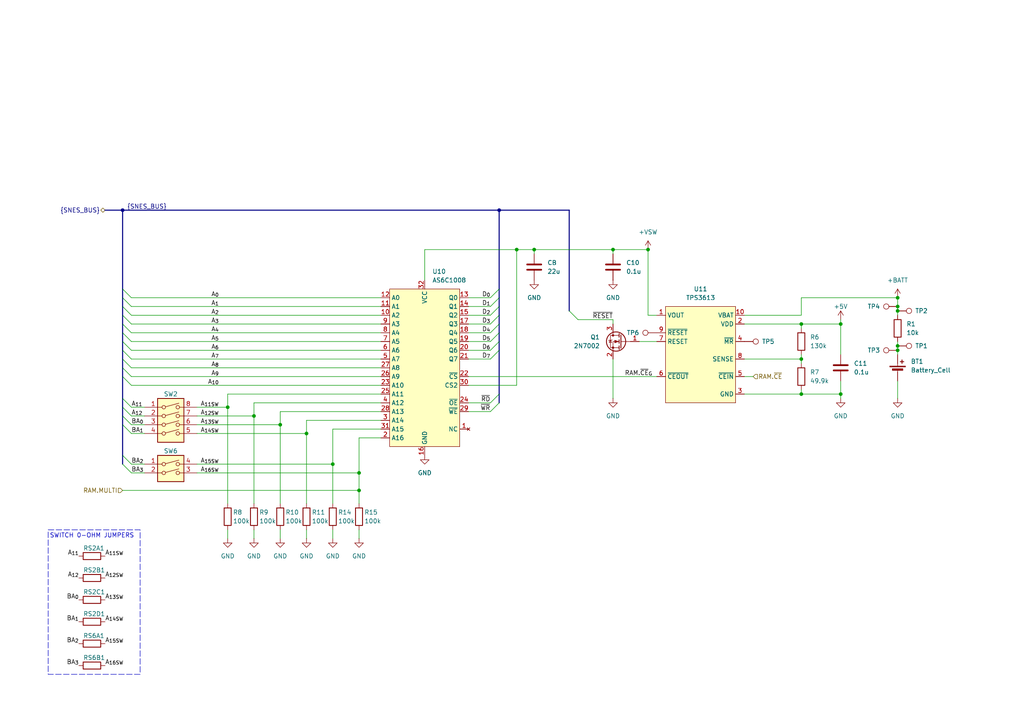
<source format=kicad_sch>
(kicad_sch
	(version 20231120)
	(generator "eeschema")
	(generator_version "8.0")
	(uuid "234bc56a-a097-4e1f-a919-8aad1c89780d")
	(paper "A4")
	(title_block
		(title "SNES Advanced Flash Cartridge (HiROM)")
		(date "2024-10-09")
		(rev "1.1")
		(company "https://github.com/MouseBiteLabs")
	)
	(lib_symbols
		(symbol "Bucketmouse:AS6C1008"
			(exclude_from_sim no)
			(in_bom yes)
			(on_board yes)
			(property "Reference" "U"
				(at -10.16 20.955 0)
				(effects
					(font
						(size 1.27 1.27)
					)
					(justify left bottom)
				)
			)
			(property "Value" "AS6C1008"
				(at 2.54 20.955 0)
				(effects
					(font
						(size 1.27 1.27)
					)
					(justify left bottom)
				)
			)
			(property "Footprint" ""
				(at 0 -2.54 0)
				(effects
					(font
						(size 1.27 1.27)
					)
					(hide yes)
				)
			)
			(property "Datasheet" ""
				(at 0 -2.54 0)
				(effects
					(font
						(size 1.27 1.27)
					)
					(hide yes)
				)
			)
			(property "Description" ""
				(at 0 0 0)
				(effects
					(font
						(size 1.27 1.27)
					)
					(hide yes)
				)
			)
			(property "ki_keywords" "RAM SRAM CMOS MEMORY"
				(at 0 0 0)
				(effects
					(font
						(size 1.27 1.27)
					)
					(hide yes)
				)
			)
			(property "ki_fp_filters" "DIP*W15.24mm*"
				(at 0 0 0)
				(effects
					(font
						(size 1.27 1.27)
					)
					(hide yes)
				)
			)
			(symbol "AS6C1008_1_0"
				(pin power_in line
					(at 0 -27.94 90)
					(length 2.54)
					(name "GND"
						(effects
							(font
								(size 1.27 1.27)
							)
						)
					)
					(number "16"
						(effects
							(font
								(size 1.27 1.27)
							)
						)
					)
				)
				(pin power_in line
					(at 0 22.86 270)
					(length 2.54)
					(name "VCC"
						(effects
							(font
								(size 1.27 1.27)
							)
						)
					)
					(number "32"
						(effects
							(font
								(size 1.27 1.27)
							)
						)
					)
				)
			)
			(symbol "AS6C1008_1_1"
				(rectangle
					(start -10.16 20.32)
					(end 10.16 -25.4)
					(stroke
						(width 0)
						(type default)
					)
					(fill
						(type background)
					)
				)
				(pin no_connect line
					(at 12.7 -20.32 180)
					(length 2.54)
					(name "NC"
						(effects
							(font
								(size 1.27 1.27)
							)
						)
					)
					(number "1"
						(effects
							(font
								(size 1.27 1.27)
							)
						)
					)
				)
				(pin input line
					(at -12.7 12.7 0)
					(length 2.54)
					(name "A2"
						(effects
							(font
								(size 1.27 1.27)
							)
						)
					)
					(number "10"
						(effects
							(font
								(size 1.27 1.27)
							)
						)
					)
				)
				(pin input line
					(at -12.7 15.24 0)
					(length 2.54)
					(name "A1"
						(effects
							(font
								(size 1.27 1.27)
							)
						)
					)
					(number "11"
						(effects
							(font
								(size 1.27 1.27)
							)
						)
					)
				)
				(pin input line
					(at -12.7 17.78 0)
					(length 2.54)
					(name "A0"
						(effects
							(font
								(size 1.27 1.27)
							)
						)
					)
					(number "12"
						(effects
							(font
								(size 1.27 1.27)
							)
						)
					)
				)
				(pin tri_state line
					(at 12.7 17.78 180)
					(length 2.54)
					(name "Q0"
						(effects
							(font
								(size 1.27 1.27)
							)
						)
					)
					(number "13"
						(effects
							(font
								(size 1.27 1.27)
							)
						)
					)
				)
				(pin tri_state line
					(at 12.7 15.24 180)
					(length 2.54)
					(name "Q1"
						(effects
							(font
								(size 1.27 1.27)
							)
						)
					)
					(number "14"
						(effects
							(font
								(size 1.27 1.27)
							)
						)
					)
				)
				(pin tri_state line
					(at 12.7 12.7 180)
					(length 2.54)
					(name "Q2"
						(effects
							(font
								(size 1.27 1.27)
							)
						)
					)
					(number "15"
						(effects
							(font
								(size 1.27 1.27)
							)
						)
					)
				)
				(pin tri_state line
					(at 12.7 10.16 180)
					(length 2.54)
					(name "Q3"
						(effects
							(font
								(size 1.27 1.27)
							)
						)
					)
					(number "17"
						(effects
							(font
								(size 1.27 1.27)
							)
						)
					)
				)
				(pin tri_state line
					(at 12.7 7.62 180)
					(length 2.54)
					(name "Q4"
						(effects
							(font
								(size 1.27 1.27)
							)
						)
					)
					(number "18"
						(effects
							(font
								(size 1.27 1.27)
							)
						)
					)
				)
				(pin tri_state line
					(at 12.7 5.08 180)
					(length 2.54)
					(name "Q5"
						(effects
							(font
								(size 1.27 1.27)
							)
						)
					)
					(number "19"
						(effects
							(font
								(size 1.27 1.27)
							)
						)
					)
				)
				(pin input line
					(at -12.7 -22.86 0)
					(length 2.54)
					(name "A16"
						(effects
							(font
								(size 1.27 1.27)
							)
						)
					)
					(number "2"
						(effects
							(font
								(size 1.27 1.27)
							)
						)
					)
				)
				(pin tri_state line
					(at 12.7 2.54 180)
					(length 2.54)
					(name "Q6"
						(effects
							(font
								(size 1.27 1.27)
							)
						)
					)
					(number "20"
						(effects
							(font
								(size 1.27 1.27)
							)
						)
					)
				)
				(pin tri_state line
					(at 12.7 0 180)
					(length 2.54)
					(name "Q7"
						(effects
							(font
								(size 1.27 1.27)
							)
						)
					)
					(number "21"
						(effects
							(font
								(size 1.27 1.27)
							)
						)
					)
				)
				(pin input line
					(at 12.7 -5.08 180)
					(length 2.54)
					(name "~{CS}"
						(effects
							(font
								(size 1.27 1.27)
							)
						)
					)
					(number "22"
						(effects
							(font
								(size 1.27 1.27)
							)
						)
					)
				)
				(pin input line
					(at -12.7 -7.62 0)
					(length 2.54)
					(name "A10"
						(effects
							(font
								(size 1.27 1.27)
							)
						)
					)
					(number "23"
						(effects
							(font
								(size 1.27 1.27)
							)
						)
					)
				)
				(pin input line
					(at 12.7 -12.7 180)
					(length 2.54)
					(name "~{OE}"
						(effects
							(font
								(size 1.27 1.27)
							)
						)
					)
					(number "24"
						(effects
							(font
								(size 1.27 1.27)
							)
						)
					)
				)
				(pin input line
					(at -12.7 -10.16 0)
					(length 2.54)
					(name "A11"
						(effects
							(font
								(size 1.27 1.27)
							)
						)
					)
					(number "25"
						(effects
							(font
								(size 1.27 1.27)
							)
						)
					)
				)
				(pin input line
					(at -12.7 -5.08 0)
					(length 2.54)
					(name "A9"
						(effects
							(font
								(size 1.27 1.27)
							)
						)
					)
					(number "26"
						(effects
							(font
								(size 1.27 1.27)
							)
						)
					)
				)
				(pin input line
					(at -12.7 -2.54 0)
					(length 2.54)
					(name "A8"
						(effects
							(font
								(size 1.27 1.27)
							)
						)
					)
					(number "27"
						(effects
							(font
								(size 1.27 1.27)
							)
						)
					)
				)
				(pin input line
					(at -12.7 -15.24 0)
					(length 2.54)
					(name "A13"
						(effects
							(font
								(size 1.27 1.27)
							)
						)
					)
					(number "28"
						(effects
							(font
								(size 1.27 1.27)
							)
						)
					)
				)
				(pin input line
					(at 12.7 -15.24 180)
					(length 2.54)
					(name "~{WE}"
						(effects
							(font
								(size 1.27 1.27)
							)
						)
					)
					(number "29"
						(effects
							(font
								(size 1.27 1.27)
							)
						)
					)
				)
				(pin input line
					(at -12.7 -17.78 0)
					(length 2.54)
					(name "A14"
						(effects
							(font
								(size 1.27 1.27)
							)
						)
					)
					(number "3"
						(effects
							(font
								(size 1.27 1.27)
							)
						)
					)
				)
				(pin input line
					(at 12.7 -7.62 180)
					(length 2.54)
					(name "CS2"
						(effects
							(font
								(size 1.27 1.27)
							)
						)
					)
					(number "30"
						(effects
							(font
								(size 1.27 1.27)
							)
						)
					)
				)
				(pin input line
					(at -12.7 -20.32 0)
					(length 2.54)
					(name "A15"
						(effects
							(font
								(size 1.27 1.27)
							)
						)
					)
					(number "31"
						(effects
							(font
								(size 1.27 1.27)
							)
						)
					)
				)
				(pin input line
					(at -12.7 -12.7 0)
					(length 2.54)
					(name "A12"
						(effects
							(font
								(size 1.27 1.27)
							)
						)
					)
					(number "4"
						(effects
							(font
								(size 1.27 1.27)
							)
						)
					)
				)
				(pin input line
					(at -12.7 0 0)
					(length 2.54)
					(name "A7"
						(effects
							(font
								(size 1.27 1.27)
							)
						)
					)
					(number "5"
						(effects
							(font
								(size 1.27 1.27)
							)
						)
					)
				)
				(pin input line
					(at -12.7 2.54 0)
					(length 2.54)
					(name "A6"
						(effects
							(font
								(size 1.27 1.27)
							)
						)
					)
					(number "6"
						(effects
							(font
								(size 1.27 1.27)
							)
						)
					)
				)
				(pin input line
					(at -12.7 5.08 0)
					(length 2.54)
					(name "A5"
						(effects
							(font
								(size 1.27 1.27)
							)
						)
					)
					(number "7"
						(effects
							(font
								(size 1.27 1.27)
							)
						)
					)
				)
				(pin input line
					(at -12.7 7.62 0)
					(length 2.54)
					(name "A4"
						(effects
							(font
								(size 1.27 1.27)
							)
						)
					)
					(number "8"
						(effects
							(font
								(size 1.27 1.27)
							)
						)
					)
				)
				(pin input line
					(at -12.7 10.16 0)
					(length 2.54)
					(name "A3"
						(effects
							(font
								(size 1.27 1.27)
							)
						)
					)
					(number "9"
						(effects
							(font
								(size 1.27 1.27)
							)
						)
					)
				)
			)
		)
		(symbol "Bucketmouse:TPS3613"
			(exclude_from_sim no)
			(in_bom yes)
			(on_board yes)
			(property "Reference" "U"
				(at -10.16 13.208 0)
				(effects
					(font
						(size 1.27 1.27)
					)
					(justify left bottom)
				)
			)
			(property "Value" "TPS3613"
				(at 1.778 13.208 0)
				(effects
					(font
						(size 1.27 1.27)
					)
					(justify left bottom)
				)
			)
			(property "Footprint" "MSOP-10"
				(at 0.508 0 0)
				(effects
					(font
						(size 1.27 1.27)
					)
					(hide yes)
				)
			)
			(property "Datasheet" ""
				(at 0 0 0)
				(effects
					(font
						(size 1.27 1.27)
					)
					(hide yes)
				)
			)
			(property "Description" ""
				(at 0 0 0)
				(effects
					(font
						(size 1.27 1.27)
					)
					(hide yes)
				)
			)
			(symbol "TPS3613_1_0"
				(pin power_in line
					(at 12.7 10.16 180)
					(length 2.54)
					(name "VOUT"
						(effects
							(font
								(size 1.27 1.27)
							)
						)
					)
					(number "1"
						(effects
							(font
								(size 1.27 1.27)
							)
						)
					)
				)
				(pin power_in line
					(at -12.7 10.16 0)
					(length 2.54)
					(name "VBAT"
						(effects
							(font
								(size 1.27 1.27)
							)
						)
					)
					(number "10"
						(effects
							(font
								(size 1.27 1.27)
							)
						)
					)
				)
				(pin power_in line
					(at -12.7 7.62 0)
					(length 2.54)
					(name "VDD"
						(effects
							(font
								(size 1.27 1.27)
							)
						)
					)
					(number "2"
						(effects
							(font
								(size 1.27 1.27)
							)
						)
					)
				)
				(pin power_in line
					(at -12.7 -12.7 0)
					(length 2.54)
					(name "GND"
						(effects
							(font
								(size 1.27 1.27)
							)
						)
					)
					(number "3"
						(effects
							(font
								(size 1.27 1.27)
							)
						)
					)
				)
				(pin input line
					(at -12.7 2.54 0)
					(length 2.54)
					(name "~{MR}"
						(effects
							(font
								(size 1.27 1.27)
							)
						)
					)
					(number "4"
						(effects
							(font
								(size 1.27 1.27)
							)
						)
					)
				)
				(pin input line
					(at -12.7 -7.62 0)
					(length 2.54)
					(name "~{CEIN}"
						(effects
							(font
								(size 1.27 1.27)
							)
						)
					)
					(number "5"
						(effects
							(font
								(size 1.27 1.27)
							)
						)
					)
				)
				(pin output line
					(at 12.7 -7.62 180)
					(length 2.54)
					(name "~{CEOUT}"
						(effects
							(font
								(size 1.27 1.27)
							)
						)
					)
					(number "6"
						(effects
							(font
								(size 1.27 1.27)
							)
						)
					)
				)
				(pin output line
					(at 12.7 2.54 180)
					(length 2.54)
					(name "RESET"
						(effects
							(font
								(size 1.27 1.27)
							)
						)
					)
					(number "7"
						(effects
							(font
								(size 1.27 1.27)
							)
						)
					)
				)
				(pin input line
					(at -12.7 -2.54 0)
					(length 2.54)
					(name "SENSE"
						(effects
							(font
								(size 1.27 1.27)
							)
						)
					)
					(number "8"
						(effects
							(font
								(size 1.27 1.27)
							)
						)
					)
				)
				(pin output line
					(at 12.7 5.08 180)
					(length 2.54)
					(name "~{RESET}"
						(effects
							(font
								(size 1.27 1.27)
							)
						)
					)
					(number "9"
						(effects
							(font
								(size 1.27 1.27)
							)
						)
					)
				)
			)
			(symbol "TPS3613_1_1"
				(rectangle
					(start -10.16 12.7)
					(end 10.16 -15.24)
					(stroke
						(width 0)
						(type default)
					)
					(fill
						(type background)
					)
				)
			)
		)
		(symbol "Connector:TestPoint"
			(pin_numbers hide)
			(pin_names
				(offset 0.762) hide)
			(exclude_from_sim no)
			(in_bom yes)
			(on_board yes)
			(property "Reference" "TP"
				(at 0 6.858 0)
				(effects
					(font
						(size 1.27 1.27)
					)
				)
			)
			(property "Value" "TestPoint"
				(at 0 5.08 0)
				(effects
					(font
						(size 1.27 1.27)
					)
				)
			)
			(property "Footprint" ""
				(at 5.08 0 0)
				(effects
					(font
						(size 1.27 1.27)
					)
					(hide yes)
				)
			)
			(property "Datasheet" "~"
				(at 5.08 0 0)
				(effects
					(font
						(size 1.27 1.27)
					)
					(hide yes)
				)
			)
			(property "Description" "test point"
				(at 0 0 0)
				(effects
					(font
						(size 1.27 1.27)
					)
					(hide yes)
				)
			)
			(property "ki_keywords" "test point tp"
				(at 0 0 0)
				(effects
					(font
						(size 1.27 1.27)
					)
					(hide yes)
				)
			)
			(property "ki_fp_filters" "Pin* Test*"
				(at 0 0 0)
				(effects
					(font
						(size 1.27 1.27)
					)
					(hide yes)
				)
			)
			(symbol "TestPoint_0_1"
				(circle
					(center 0 3.302)
					(radius 0.762)
					(stroke
						(width 0)
						(type default)
					)
					(fill
						(type none)
					)
				)
			)
			(symbol "TestPoint_1_1"
				(pin passive line
					(at 0 0 90)
					(length 2.54)
					(name "1"
						(effects
							(font
								(size 1.27 1.27)
							)
						)
					)
					(number "1"
						(effects
							(font
								(size 1.27 1.27)
							)
						)
					)
				)
			)
		)
		(symbol "Device:Battery_Cell"
			(pin_numbers hide)
			(pin_names
				(offset 0) hide)
			(exclude_from_sim no)
			(in_bom yes)
			(on_board yes)
			(property "Reference" "BT"
				(at 2.54 2.54 0)
				(effects
					(font
						(size 1.27 1.27)
					)
					(justify left)
				)
			)
			(property "Value" "Battery_Cell"
				(at 2.54 0 0)
				(effects
					(font
						(size 1.27 1.27)
					)
					(justify left)
				)
			)
			(property "Footprint" ""
				(at 0 1.524 90)
				(effects
					(font
						(size 1.27 1.27)
					)
					(hide yes)
				)
			)
			(property "Datasheet" "~"
				(at 0 1.524 90)
				(effects
					(font
						(size 1.27 1.27)
					)
					(hide yes)
				)
			)
			(property "Description" "Single-cell battery"
				(at 0 0 0)
				(effects
					(font
						(size 1.27 1.27)
					)
					(hide yes)
				)
			)
			(property "ki_keywords" "battery cell"
				(at 0 0 0)
				(effects
					(font
						(size 1.27 1.27)
					)
					(hide yes)
				)
			)
			(symbol "Battery_Cell_0_1"
				(rectangle
					(start -2.286 1.778)
					(end 2.286 1.524)
					(stroke
						(width 0)
						(type default)
					)
					(fill
						(type outline)
					)
				)
				(rectangle
					(start -1.524 1.016)
					(end 1.524 0.508)
					(stroke
						(width 0)
						(type default)
					)
					(fill
						(type outline)
					)
				)
				(polyline
					(pts
						(xy 0 0.762) (xy 0 0)
					)
					(stroke
						(width 0)
						(type default)
					)
					(fill
						(type none)
					)
				)
				(polyline
					(pts
						(xy 0 1.778) (xy 0 2.54)
					)
					(stroke
						(width 0)
						(type default)
					)
					(fill
						(type none)
					)
				)
				(polyline
					(pts
						(xy 0.762 3.048) (xy 1.778 3.048)
					)
					(stroke
						(width 0.254)
						(type default)
					)
					(fill
						(type none)
					)
				)
				(polyline
					(pts
						(xy 1.27 3.556) (xy 1.27 2.54)
					)
					(stroke
						(width 0.254)
						(type default)
					)
					(fill
						(type none)
					)
				)
			)
			(symbol "Battery_Cell_1_1"
				(pin passive line
					(at 0 5.08 270)
					(length 2.54)
					(name "+"
						(effects
							(font
								(size 1.27 1.27)
							)
						)
					)
					(number "1"
						(effects
							(font
								(size 1.27 1.27)
							)
						)
					)
				)
				(pin passive line
					(at 0 -2.54 90)
					(length 2.54)
					(name "-"
						(effects
							(font
								(size 1.27 1.27)
							)
						)
					)
					(number "2"
						(effects
							(font
								(size 1.27 1.27)
							)
						)
					)
				)
			)
		)
		(symbol "Device:C"
			(pin_numbers hide)
			(pin_names
				(offset 0.254)
			)
			(exclude_from_sim no)
			(in_bom yes)
			(on_board yes)
			(property "Reference" "C"
				(at 0.635 2.54 0)
				(effects
					(font
						(size 1.27 1.27)
					)
					(justify left)
				)
			)
			(property "Value" "C"
				(at 0.635 -2.54 0)
				(effects
					(font
						(size 1.27 1.27)
					)
					(justify left)
				)
			)
			(property "Footprint" ""
				(at 0.9652 -3.81 0)
				(effects
					(font
						(size 1.27 1.27)
					)
					(hide yes)
				)
			)
			(property "Datasheet" "~"
				(at 0 0 0)
				(effects
					(font
						(size 1.27 1.27)
					)
					(hide yes)
				)
			)
			(property "Description" "Unpolarized capacitor"
				(at 0 0 0)
				(effects
					(font
						(size 1.27 1.27)
					)
					(hide yes)
				)
			)
			(property "ki_keywords" "cap capacitor"
				(at 0 0 0)
				(effects
					(font
						(size 1.27 1.27)
					)
					(hide yes)
				)
			)
			(property "ki_fp_filters" "C_*"
				(at 0 0 0)
				(effects
					(font
						(size 1.27 1.27)
					)
					(hide yes)
				)
			)
			(symbol "C_0_1"
				(polyline
					(pts
						(xy -2.032 -0.762) (xy 2.032 -0.762)
					)
					(stroke
						(width 0.508)
						(type default)
					)
					(fill
						(type none)
					)
				)
				(polyline
					(pts
						(xy -2.032 0.762) (xy 2.032 0.762)
					)
					(stroke
						(width 0.508)
						(type default)
					)
					(fill
						(type none)
					)
				)
			)
			(symbol "C_1_1"
				(pin passive line
					(at 0 3.81 270)
					(length 2.794)
					(name "~"
						(effects
							(font
								(size 1.27 1.27)
							)
						)
					)
					(number "1"
						(effects
							(font
								(size 1.27 1.27)
							)
						)
					)
				)
				(pin passive line
					(at 0 -3.81 90)
					(length 2.794)
					(name "~"
						(effects
							(font
								(size 1.27 1.27)
							)
						)
					)
					(number "2"
						(effects
							(font
								(size 1.27 1.27)
							)
						)
					)
				)
			)
		)
		(symbol "Device:R"
			(pin_numbers hide)
			(pin_names
				(offset 0)
			)
			(exclude_from_sim no)
			(in_bom yes)
			(on_board yes)
			(property "Reference" "R"
				(at 2.032 0 90)
				(effects
					(font
						(size 1.27 1.27)
					)
				)
			)
			(property "Value" "R"
				(at 0 0 90)
				(effects
					(font
						(size 1.27 1.27)
					)
				)
			)
			(property "Footprint" ""
				(at -1.778 0 90)
				(effects
					(font
						(size 1.27 1.27)
					)
					(hide yes)
				)
			)
			(property "Datasheet" "~"
				(at 0 0 0)
				(effects
					(font
						(size 1.27 1.27)
					)
					(hide yes)
				)
			)
			(property "Description" "Resistor"
				(at 0 0 0)
				(effects
					(font
						(size 1.27 1.27)
					)
					(hide yes)
				)
			)
			(property "ki_keywords" "R res resistor"
				(at 0 0 0)
				(effects
					(font
						(size 1.27 1.27)
					)
					(hide yes)
				)
			)
			(property "ki_fp_filters" "R_*"
				(at 0 0 0)
				(effects
					(font
						(size 1.27 1.27)
					)
					(hide yes)
				)
			)
			(symbol "R_0_1"
				(rectangle
					(start -1.016 -2.54)
					(end 1.016 2.54)
					(stroke
						(width 0.254)
						(type default)
					)
					(fill
						(type none)
					)
				)
			)
			(symbol "R_1_1"
				(pin passive line
					(at 0 3.81 270)
					(length 1.27)
					(name "~"
						(effects
							(font
								(size 1.27 1.27)
							)
						)
					)
					(number "1"
						(effects
							(font
								(size 1.27 1.27)
							)
						)
					)
				)
				(pin passive line
					(at 0 -3.81 90)
					(length 1.27)
					(name "~"
						(effects
							(font
								(size 1.27 1.27)
							)
						)
					)
					(number "2"
						(effects
							(font
								(size 1.27 1.27)
							)
						)
					)
				)
			)
		)
		(symbol "Switch:SW_DIP_x02"
			(pin_names
				(offset 0) hide)
			(exclude_from_sim no)
			(in_bom yes)
			(on_board yes)
			(property "Reference" "SW"
				(at 0 6.35 0)
				(effects
					(font
						(size 1.27 1.27)
					)
				)
			)
			(property "Value" "SW_DIP_x02"
				(at 0 -3.81 0)
				(effects
					(font
						(size 1.27 1.27)
					)
				)
			)
			(property "Footprint" ""
				(at 0 0 0)
				(effects
					(font
						(size 1.27 1.27)
					)
					(hide yes)
				)
			)
			(property "Datasheet" "~"
				(at 0 0 0)
				(effects
					(font
						(size 1.27 1.27)
					)
					(hide yes)
				)
			)
			(property "Description" "2x DIP Switch, Single Pole Single Throw (SPST) switch, small symbol"
				(at 0 0 0)
				(effects
					(font
						(size 1.27 1.27)
					)
					(hide yes)
				)
			)
			(property "ki_keywords" "dip switch"
				(at 0 0 0)
				(effects
					(font
						(size 1.27 1.27)
					)
					(hide yes)
				)
			)
			(property "ki_fp_filters" "SW?DIP?x2*"
				(at 0 0 0)
				(effects
					(font
						(size 1.27 1.27)
					)
					(hide yes)
				)
			)
			(symbol "SW_DIP_x02_0_0"
				(circle
					(center -2.032 0)
					(radius 0.508)
					(stroke
						(width 0)
						(type default)
					)
					(fill
						(type none)
					)
				)
				(circle
					(center -2.032 2.54)
					(radius 0.508)
					(stroke
						(width 0)
						(type default)
					)
					(fill
						(type none)
					)
				)
				(polyline
					(pts
						(xy -1.524 0.127) (xy 2.3622 1.1684)
					)
					(stroke
						(width 0)
						(type default)
					)
					(fill
						(type none)
					)
				)
				(polyline
					(pts
						(xy -1.524 2.667) (xy 2.3622 3.7084)
					)
					(stroke
						(width 0)
						(type default)
					)
					(fill
						(type none)
					)
				)
				(circle
					(center 2.032 0)
					(radius 0.508)
					(stroke
						(width 0)
						(type default)
					)
					(fill
						(type none)
					)
				)
				(circle
					(center 2.032 2.54)
					(radius 0.508)
					(stroke
						(width 0)
						(type default)
					)
					(fill
						(type none)
					)
				)
			)
			(symbol "SW_DIP_x02_0_1"
				(rectangle
					(start -3.81 5.08)
					(end 3.81 -2.54)
					(stroke
						(width 0.254)
						(type default)
					)
					(fill
						(type background)
					)
				)
			)
			(symbol "SW_DIP_x02_1_1"
				(pin passive line
					(at -7.62 2.54 0)
					(length 5.08)
					(name "~"
						(effects
							(font
								(size 1.27 1.27)
							)
						)
					)
					(number "1"
						(effects
							(font
								(size 1.27 1.27)
							)
						)
					)
				)
				(pin passive line
					(at -7.62 0 0)
					(length 5.08)
					(name "~"
						(effects
							(font
								(size 1.27 1.27)
							)
						)
					)
					(number "2"
						(effects
							(font
								(size 1.27 1.27)
							)
						)
					)
				)
				(pin passive line
					(at 7.62 0 180)
					(length 5.08)
					(name "~"
						(effects
							(font
								(size 1.27 1.27)
							)
						)
					)
					(number "3"
						(effects
							(font
								(size 1.27 1.27)
							)
						)
					)
				)
				(pin passive line
					(at 7.62 2.54 180)
					(length 5.08)
					(name "~"
						(effects
							(font
								(size 1.27 1.27)
							)
						)
					)
					(number "4"
						(effects
							(font
								(size 1.27 1.27)
							)
						)
					)
				)
			)
		)
		(symbol "Switch:SW_DIP_x04"
			(pin_names
				(offset 0) hide)
			(exclude_from_sim no)
			(in_bom yes)
			(on_board yes)
			(property "Reference" "SW"
				(at 0 8.89 0)
				(effects
					(font
						(size 1.27 1.27)
					)
				)
			)
			(property "Value" "SW_DIP_x04"
				(at 0 -6.35 0)
				(effects
					(font
						(size 1.27 1.27)
					)
				)
			)
			(property "Footprint" ""
				(at 0 0 0)
				(effects
					(font
						(size 1.27 1.27)
					)
					(hide yes)
				)
			)
			(property "Datasheet" "~"
				(at 0 0 0)
				(effects
					(font
						(size 1.27 1.27)
					)
					(hide yes)
				)
			)
			(property "Description" "4x DIP Switch, Single Pole Single Throw (SPST) switch, small symbol"
				(at 0 0 0)
				(effects
					(font
						(size 1.27 1.27)
					)
					(hide yes)
				)
			)
			(property "ki_keywords" "dip switch"
				(at 0 0 0)
				(effects
					(font
						(size 1.27 1.27)
					)
					(hide yes)
				)
			)
			(property "ki_fp_filters" "SW?DIP?x4*"
				(at 0 0 0)
				(effects
					(font
						(size 1.27 1.27)
					)
					(hide yes)
				)
			)
			(symbol "SW_DIP_x04_0_0"
				(circle
					(center -2.032 -2.54)
					(radius 0.508)
					(stroke
						(width 0)
						(type default)
					)
					(fill
						(type none)
					)
				)
				(circle
					(center -2.032 0)
					(radius 0.508)
					(stroke
						(width 0)
						(type default)
					)
					(fill
						(type none)
					)
				)
				(circle
					(center -2.032 2.54)
					(radius 0.508)
					(stroke
						(width 0)
						(type default)
					)
					(fill
						(type none)
					)
				)
				(circle
					(center -2.032 5.08)
					(radius 0.508)
					(stroke
						(width 0)
						(type default)
					)
					(fill
						(type none)
					)
				)
				(polyline
					(pts
						(xy -1.524 -2.3876) (xy 2.3622 -1.3462)
					)
					(stroke
						(width 0)
						(type default)
					)
					(fill
						(type none)
					)
				)
				(polyline
					(pts
						(xy -1.524 0.127) (xy 2.3622 1.1684)
					)
					(stroke
						(width 0)
						(type default)
					)
					(fill
						(type none)
					)
				)
				(polyline
					(pts
						(xy -1.524 2.667) (xy 2.3622 3.7084)
					)
					(stroke
						(width 0)
						(type default)
					)
					(fill
						(type none)
					)
				)
				(polyline
					(pts
						(xy -1.524 5.207) (xy 2.3622 6.2484)
					)
					(stroke
						(width 0)
						(type default)
					)
					(fill
						(type none)
					)
				)
				(circle
					(center 2.032 -2.54)
					(radius 0.508)
					(stroke
						(width 0)
						(type default)
					)
					(fill
						(type none)
					)
				)
				(circle
					(center 2.032 0)
					(radius 0.508)
					(stroke
						(width 0)
						(type default)
					)
					(fill
						(type none)
					)
				)
				(circle
					(center 2.032 2.54)
					(radius 0.508)
					(stroke
						(width 0)
						(type default)
					)
					(fill
						(type none)
					)
				)
				(circle
					(center 2.032 5.08)
					(radius 0.508)
					(stroke
						(width 0)
						(type default)
					)
					(fill
						(type none)
					)
				)
			)
			(symbol "SW_DIP_x04_0_1"
				(rectangle
					(start -3.81 7.62)
					(end 3.81 -5.08)
					(stroke
						(width 0.254)
						(type default)
					)
					(fill
						(type background)
					)
				)
			)
			(symbol "SW_DIP_x04_1_1"
				(pin passive line
					(at -7.62 5.08 0)
					(length 5.08)
					(name "~"
						(effects
							(font
								(size 1.27 1.27)
							)
						)
					)
					(number "1"
						(effects
							(font
								(size 1.27 1.27)
							)
						)
					)
				)
				(pin passive line
					(at -7.62 2.54 0)
					(length 5.08)
					(name "~"
						(effects
							(font
								(size 1.27 1.27)
							)
						)
					)
					(number "2"
						(effects
							(font
								(size 1.27 1.27)
							)
						)
					)
				)
				(pin passive line
					(at -7.62 0 0)
					(length 5.08)
					(name "~"
						(effects
							(font
								(size 1.27 1.27)
							)
						)
					)
					(number "3"
						(effects
							(font
								(size 1.27 1.27)
							)
						)
					)
				)
				(pin passive line
					(at -7.62 -2.54 0)
					(length 5.08)
					(name "~"
						(effects
							(font
								(size 1.27 1.27)
							)
						)
					)
					(number "4"
						(effects
							(font
								(size 1.27 1.27)
							)
						)
					)
				)
				(pin passive line
					(at 7.62 -2.54 180)
					(length 5.08)
					(name "~"
						(effects
							(font
								(size 1.27 1.27)
							)
						)
					)
					(number "5"
						(effects
							(font
								(size 1.27 1.27)
							)
						)
					)
				)
				(pin passive line
					(at 7.62 0 180)
					(length 5.08)
					(name "~"
						(effects
							(font
								(size 1.27 1.27)
							)
						)
					)
					(number "6"
						(effects
							(font
								(size 1.27 1.27)
							)
						)
					)
				)
				(pin passive line
					(at 7.62 2.54 180)
					(length 5.08)
					(name "~"
						(effects
							(font
								(size 1.27 1.27)
							)
						)
					)
					(number "7"
						(effects
							(font
								(size 1.27 1.27)
							)
						)
					)
				)
				(pin passive line
					(at 7.62 5.08 180)
					(length 5.08)
					(name "~"
						(effects
							(font
								(size 1.27 1.27)
							)
						)
					)
					(number "8"
						(effects
							(font
								(size 1.27 1.27)
							)
						)
					)
				)
			)
		)
		(symbol "Transistor_FET:2N7002"
			(pin_names hide)
			(exclude_from_sim no)
			(in_bom yes)
			(on_board yes)
			(property "Reference" "Q"
				(at 5.08 1.905 0)
				(effects
					(font
						(size 1.27 1.27)
					)
					(justify left)
				)
			)
			(property "Value" "2N7002"
				(at 5.08 0 0)
				(effects
					(font
						(size 1.27 1.27)
					)
					(justify left)
				)
			)
			(property "Footprint" "Package_TO_SOT_SMD:SOT-23"
				(at 5.08 -1.905 0)
				(effects
					(font
						(size 1.27 1.27)
						(italic yes)
					)
					(justify left)
					(hide yes)
				)
			)
			(property "Datasheet" "https://www.onsemi.com/pub/Collateral/NDS7002A-D.PDF"
				(at 5.08 -3.81 0)
				(effects
					(font
						(size 1.27 1.27)
					)
					(justify left)
					(hide yes)
				)
			)
			(property "Description" "0.115A Id, 60V Vds, N-Channel MOSFET, SOT-23"
				(at 0 0 0)
				(effects
					(font
						(size 1.27 1.27)
					)
					(hide yes)
				)
			)
			(property "ki_keywords" "N-Channel Switching MOSFET"
				(at 0 0 0)
				(effects
					(font
						(size 1.27 1.27)
					)
					(hide yes)
				)
			)
			(property "ki_fp_filters" "SOT?23*"
				(at 0 0 0)
				(effects
					(font
						(size 1.27 1.27)
					)
					(hide yes)
				)
			)
			(symbol "2N7002_0_1"
				(polyline
					(pts
						(xy 0.254 0) (xy -2.54 0)
					)
					(stroke
						(width 0)
						(type default)
					)
					(fill
						(type none)
					)
				)
				(polyline
					(pts
						(xy 0.254 1.905) (xy 0.254 -1.905)
					)
					(stroke
						(width 0.254)
						(type default)
					)
					(fill
						(type none)
					)
				)
				(polyline
					(pts
						(xy 0.762 -1.27) (xy 0.762 -2.286)
					)
					(stroke
						(width 0.254)
						(type default)
					)
					(fill
						(type none)
					)
				)
				(polyline
					(pts
						(xy 0.762 0.508) (xy 0.762 -0.508)
					)
					(stroke
						(width 0.254)
						(type default)
					)
					(fill
						(type none)
					)
				)
				(polyline
					(pts
						(xy 0.762 2.286) (xy 0.762 1.27)
					)
					(stroke
						(width 0.254)
						(type default)
					)
					(fill
						(type none)
					)
				)
				(polyline
					(pts
						(xy 2.54 2.54) (xy 2.54 1.778)
					)
					(stroke
						(width 0)
						(type default)
					)
					(fill
						(type none)
					)
				)
				(polyline
					(pts
						(xy 2.54 -2.54) (xy 2.54 0) (xy 0.762 0)
					)
					(stroke
						(width 0)
						(type default)
					)
					(fill
						(type none)
					)
				)
				(polyline
					(pts
						(xy 0.762 -1.778) (xy 3.302 -1.778) (xy 3.302 1.778) (xy 0.762 1.778)
					)
					(stroke
						(width 0)
						(type default)
					)
					(fill
						(type none)
					)
				)
				(polyline
					(pts
						(xy 1.016 0) (xy 2.032 0.381) (xy 2.032 -0.381) (xy 1.016 0)
					)
					(stroke
						(width 0)
						(type default)
					)
					(fill
						(type outline)
					)
				)
				(polyline
					(pts
						(xy 2.794 0.508) (xy 2.921 0.381) (xy 3.683 0.381) (xy 3.81 0.254)
					)
					(stroke
						(width 0)
						(type default)
					)
					(fill
						(type none)
					)
				)
				(polyline
					(pts
						(xy 3.302 0.381) (xy 2.921 -0.254) (xy 3.683 -0.254) (xy 3.302 0.381)
					)
					(stroke
						(width 0)
						(type default)
					)
					(fill
						(type none)
					)
				)
				(circle
					(center 1.651 0)
					(radius 2.794)
					(stroke
						(width 0.254)
						(type default)
					)
					(fill
						(type none)
					)
				)
				(circle
					(center 2.54 -1.778)
					(radius 0.254)
					(stroke
						(width 0)
						(type default)
					)
					(fill
						(type outline)
					)
				)
				(circle
					(center 2.54 1.778)
					(radius 0.254)
					(stroke
						(width 0)
						(type default)
					)
					(fill
						(type outline)
					)
				)
			)
			(symbol "2N7002_1_1"
				(pin input line
					(at -5.08 0 0)
					(length 2.54)
					(name "G"
						(effects
							(font
								(size 1.27 1.27)
							)
						)
					)
					(number "1"
						(effects
							(font
								(size 1.27 1.27)
							)
						)
					)
				)
				(pin passive line
					(at 2.54 -5.08 90)
					(length 2.54)
					(name "S"
						(effects
							(font
								(size 1.27 1.27)
							)
						)
					)
					(number "2"
						(effects
							(font
								(size 1.27 1.27)
							)
						)
					)
				)
				(pin passive line
					(at 2.54 5.08 270)
					(length 2.54)
					(name "D"
						(effects
							(font
								(size 1.27 1.27)
							)
						)
					)
					(number "3"
						(effects
							(font
								(size 1.27 1.27)
							)
						)
					)
				)
			)
		)
		(symbol "power:+5V"
			(power)
			(pin_numbers hide)
			(pin_names
				(offset 0) hide)
			(exclude_from_sim no)
			(in_bom yes)
			(on_board yes)
			(property "Reference" "#PWR"
				(at 0 -3.81 0)
				(effects
					(font
						(size 1.27 1.27)
					)
					(hide yes)
				)
			)
			(property "Value" "+5V"
				(at 0 3.556 0)
				(effects
					(font
						(size 1.27 1.27)
					)
				)
			)
			(property "Footprint" ""
				(at 0 0 0)
				(effects
					(font
						(size 1.27 1.27)
					)
					(hide yes)
				)
			)
			(property "Datasheet" ""
				(at 0 0 0)
				(effects
					(font
						(size 1.27 1.27)
					)
					(hide yes)
				)
			)
			(property "Description" "Power symbol creates a global label with name \"+5V\""
				(at 0 0 0)
				(effects
					(font
						(size 1.27 1.27)
					)
					(hide yes)
				)
			)
			(property "ki_keywords" "global power"
				(at 0 0 0)
				(effects
					(font
						(size 1.27 1.27)
					)
					(hide yes)
				)
			)
			(symbol "+5V_0_1"
				(polyline
					(pts
						(xy -0.762 1.27) (xy 0 2.54)
					)
					(stroke
						(width 0)
						(type default)
					)
					(fill
						(type none)
					)
				)
				(polyline
					(pts
						(xy 0 0) (xy 0 2.54)
					)
					(stroke
						(width 0)
						(type default)
					)
					(fill
						(type none)
					)
				)
				(polyline
					(pts
						(xy 0 2.54) (xy 0.762 1.27)
					)
					(stroke
						(width 0)
						(type default)
					)
					(fill
						(type none)
					)
				)
			)
			(symbol "+5V_1_1"
				(pin power_in line
					(at 0 0 90)
					(length 0)
					(name "~"
						(effects
							(font
								(size 1.27 1.27)
							)
						)
					)
					(number "1"
						(effects
							(font
								(size 1.27 1.27)
							)
						)
					)
				)
			)
		)
		(symbol "power:+BATT"
			(power)
			(pin_numbers hide)
			(pin_names
				(offset 0) hide)
			(exclude_from_sim no)
			(in_bom yes)
			(on_board yes)
			(property "Reference" "#PWR"
				(at 0 -3.81 0)
				(effects
					(font
						(size 1.27 1.27)
					)
					(hide yes)
				)
			)
			(property "Value" "+BATT"
				(at 0 3.556 0)
				(effects
					(font
						(size 1.27 1.27)
					)
				)
			)
			(property "Footprint" ""
				(at 0 0 0)
				(effects
					(font
						(size 1.27 1.27)
					)
					(hide yes)
				)
			)
			(property "Datasheet" ""
				(at 0 0 0)
				(effects
					(font
						(size 1.27 1.27)
					)
					(hide yes)
				)
			)
			(property "Description" "Power symbol creates a global label with name \"+BATT\""
				(at 0 0 0)
				(effects
					(font
						(size 1.27 1.27)
					)
					(hide yes)
				)
			)
			(property "ki_keywords" "global power battery"
				(at 0 0 0)
				(effects
					(font
						(size 1.27 1.27)
					)
					(hide yes)
				)
			)
			(symbol "+BATT_0_1"
				(polyline
					(pts
						(xy -0.762 1.27) (xy 0 2.54)
					)
					(stroke
						(width 0)
						(type default)
					)
					(fill
						(type none)
					)
				)
				(polyline
					(pts
						(xy 0 0) (xy 0 2.54)
					)
					(stroke
						(width 0)
						(type default)
					)
					(fill
						(type none)
					)
				)
				(polyline
					(pts
						(xy 0 2.54) (xy 0.762 1.27)
					)
					(stroke
						(width 0)
						(type default)
					)
					(fill
						(type none)
					)
				)
			)
			(symbol "+BATT_1_1"
				(pin power_in line
					(at 0 0 90)
					(length 0)
					(name "~"
						(effects
							(font
								(size 1.27 1.27)
							)
						)
					)
					(number "1"
						(effects
							(font
								(size 1.27 1.27)
							)
						)
					)
				)
			)
		)
		(symbol "power:+VSW"
			(power)
			(pin_numbers hide)
			(pin_names
				(offset 0) hide)
			(exclude_from_sim no)
			(in_bom yes)
			(on_board yes)
			(property "Reference" "#PWR"
				(at 0 -3.81 0)
				(effects
					(font
						(size 1.27 1.27)
					)
					(hide yes)
				)
			)
			(property "Value" "+VSW"
				(at 0 3.556 0)
				(effects
					(font
						(size 1.27 1.27)
					)
				)
			)
			(property "Footprint" ""
				(at 0 0 0)
				(effects
					(font
						(size 1.27 1.27)
					)
					(hide yes)
				)
			)
			(property "Datasheet" ""
				(at 0 0 0)
				(effects
					(font
						(size 1.27 1.27)
					)
					(hide yes)
				)
			)
			(property "Description" "Power symbol creates a global label with name \"+VSW\""
				(at 0 0 0)
				(effects
					(font
						(size 1.27 1.27)
					)
					(hide yes)
				)
			)
			(property "ki_keywords" "global power"
				(at 0 0 0)
				(effects
					(font
						(size 1.27 1.27)
					)
					(hide yes)
				)
			)
			(symbol "+VSW_0_1"
				(polyline
					(pts
						(xy -0.762 1.27) (xy 0 2.54)
					)
					(stroke
						(width 0)
						(type default)
					)
					(fill
						(type none)
					)
				)
				(polyline
					(pts
						(xy 0 0) (xy 0 2.54)
					)
					(stroke
						(width 0)
						(type default)
					)
					(fill
						(type none)
					)
				)
				(polyline
					(pts
						(xy 0 2.54) (xy 0.762 1.27)
					)
					(stroke
						(width 0)
						(type default)
					)
					(fill
						(type none)
					)
				)
			)
			(symbol "+VSW_1_1"
				(pin power_in line
					(at 0 0 90)
					(length 0)
					(name "~"
						(effects
							(font
								(size 1.27 1.27)
							)
						)
					)
					(number "1"
						(effects
							(font
								(size 1.27 1.27)
							)
						)
					)
				)
			)
		)
		(symbol "power:GND"
			(power)
			(pin_numbers hide)
			(pin_names
				(offset 0) hide)
			(exclude_from_sim no)
			(in_bom yes)
			(on_board yes)
			(property "Reference" "#PWR"
				(at 0 -6.35 0)
				(effects
					(font
						(size 1.27 1.27)
					)
					(hide yes)
				)
			)
			(property "Value" "GND"
				(at 0 -3.81 0)
				(effects
					(font
						(size 1.27 1.27)
					)
				)
			)
			(property "Footprint" ""
				(at 0 0 0)
				(effects
					(font
						(size 1.27 1.27)
					)
					(hide yes)
				)
			)
			(property "Datasheet" ""
				(at 0 0 0)
				(effects
					(font
						(size 1.27 1.27)
					)
					(hide yes)
				)
			)
			(property "Description" "Power symbol creates a global label with name \"GND\" , ground"
				(at 0 0 0)
				(effects
					(font
						(size 1.27 1.27)
					)
					(hide yes)
				)
			)
			(property "ki_keywords" "global power"
				(at 0 0 0)
				(effects
					(font
						(size 1.27 1.27)
					)
					(hide yes)
				)
			)
			(symbol "GND_0_1"
				(polyline
					(pts
						(xy 0 0) (xy 0 -1.27) (xy 1.27 -1.27) (xy 0 -2.54) (xy -1.27 -1.27) (xy 0 -1.27)
					)
					(stroke
						(width 0)
						(type default)
					)
					(fill
						(type none)
					)
				)
			)
			(symbol "GND_1_1"
				(pin power_in line
					(at 0 0 270)
					(length 0)
					(name "~"
						(effects
							(font
								(size 1.27 1.27)
							)
						)
					)
					(number "1"
						(effects
							(font
								(size 1.27 1.27)
							)
						)
					)
				)
			)
		)
	)
	(junction
		(at 232.41 93.98)
		(diameter 0)
		(color 0 0 0 0)
		(uuid "0c94e19d-463f-4d4a-a4a4-0b4c3684e71f")
	)
	(junction
		(at 66.04 118.11)
		(diameter 0)
		(color 0 0 0 0)
		(uuid "1978ae90-e23d-40ef-bddb-ccd537f0e141")
	)
	(junction
		(at 177.8 72.39)
		(diameter 0)
		(color 0 0 0 0)
		(uuid "20382885-a02e-487b-a8df-8e1ace0ceb61")
	)
	(junction
		(at 243.84 93.98)
		(diameter 0)
		(color 0 0 0 0)
		(uuid "2ac3b92d-48e8-41e1-84a3-7564080a29fb")
	)
	(junction
		(at 154.94 72.39)
		(diameter 0)
		(color 0 0 0 0)
		(uuid "2dd9dc46-35a6-4e01-8a68-9205c6b67a0a")
	)
	(junction
		(at 260.35 86.36)
		(diameter 0)
		(color 0 0 0 0)
		(uuid "3625fac2-e1b2-4e31-a340-a1eeba43fa47")
	)
	(junction
		(at 104.14 142.24)
		(diameter 0)
		(color 0 0 0 0)
		(uuid "38203c6d-b4f8-4e23-828d-007901ffdfc0")
	)
	(junction
		(at 260.35 88.9)
		(diameter 0)
		(color 0 0 0 0)
		(uuid "412cab66-1350-4107-8b9b-cfc9a35a7b40")
	)
	(junction
		(at 243.84 114.3)
		(diameter 0)
		(color 0 0 0 0)
		(uuid "480670cf-ec76-4812-9a86-37a39c07fdad")
	)
	(junction
		(at 260.35 90.17)
		(diameter 0)
		(color 0 0 0 0)
		(uuid "614b68dc-2dee-4095-b562-e205f6f7cb16")
	)
	(junction
		(at 232.41 114.3)
		(diameter 0)
		(color 0 0 0 0)
		(uuid "628c949e-b286-4304-886f-2aac7cda80c7")
	)
	(junction
		(at 73.66 120.65)
		(diameter 0)
		(color 0 0 0 0)
		(uuid "62ad6c1e-133e-4e84-ae60-a1143464c67e")
	)
	(junction
		(at 96.52 134.62)
		(diameter 0)
		(color 0 0 0 0)
		(uuid "6d2ab313-5ab2-4942-adef-9ed54af0daae")
	)
	(junction
		(at 260.35 101.6)
		(diameter 0)
		(color 0 0 0 0)
		(uuid "6f79cc61-4972-4923-bef6-af5c140f41dd")
	)
	(junction
		(at 81.28 123.19)
		(diameter 0)
		(color 0 0 0 0)
		(uuid "7272f6c2-b286-43af-8661-636c4d166892")
	)
	(junction
		(at 232.41 104.14)
		(diameter 0)
		(color 0 0 0 0)
		(uuid "72f8fc26-bf77-4411-80d4-02d0af5a86a6")
	)
	(junction
		(at 35.56 60.96)
		(diameter 0)
		(color 0 0 0 0)
		(uuid "9044ce8b-45b9-4b54-bdbc-4e6a88238cbd")
	)
	(junction
		(at 144.78 60.96)
		(diameter 0)
		(color 0 0 0 0)
		(uuid "a8da4bb6-2e81-401b-9640-c1056029a26e")
	)
	(junction
		(at 104.14 137.16)
		(diameter 0)
		(color 0 0 0 0)
		(uuid "afff5832-1e99-45d9-8171-82f8091d0ddd")
	)
	(junction
		(at 149.86 72.39)
		(diameter 0)
		(color 0 0 0 0)
		(uuid "b5309491-92d8-4e7b-99ad-feca47ef3bae")
	)
	(junction
		(at 260.35 100.33)
		(diameter 0)
		(color 0 0 0 0)
		(uuid "c21186ca-67b8-4fd5-aed7-f26383d8e121")
	)
	(junction
		(at 88.9 125.73)
		(diameter 0)
		(color 0 0 0 0)
		(uuid "d6cfbcd6-ea70-438e-a82d-d079aa6b9c50")
	)
	(junction
		(at 187.96 72.39)
		(diameter 0)
		(color 0 0 0 0)
		(uuid "e1683c11-5768-4b62-8878-35b647cd48ab")
	)
	(bus_entry
		(at 144.78 101.6)
		(size -2.54 2.54)
		(stroke
			(width 0)
			(type default)
		)
		(uuid "001687d3-9c54-4d0a-9755-bc1d2a4897b2")
	)
	(bus_entry
		(at 35.56 96.52)
		(size 2.54 2.54)
		(stroke
			(width 0)
			(type default)
		)
		(uuid "0a08b88a-e7dc-4387-851c-e8133e257e86")
	)
	(bus_entry
		(at 35.56 99.06)
		(size 2.54 2.54)
		(stroke
			(width 0)
			(type default)
		)
		(uuid "2618000b-5d54-4f00-8e6b-fc547430ab5b")
	)
	(bus_entry
		(at 35.56 120.65)
		(size 2.54 2.54)
		(stroke
			(width 0)
			(type default)
		)
		(uuid "2eec9bbe-11ee-4854-8319-4c2cd39d3b67")
	)
	(bus_entry
		(at 35.56 106.68)
		(size 2.54 2.54)
		(stroke
			(width 0)
			(type default)
		)
		(uuid "414f582f-6cd6-430a-bfe3-d8a729d0ff94")
	)
	(bus_entry
		(at 144.78 96.52)
		(size -2.54 2.54)
		(stroke
			(width 0)
			(type default)
		)
		(uuid "4fb7c81c-dab5-427f-80e9-7d12764cf808")
	)
	(bus_entry
		(at 35.56 123.19)
		(size 2.54 2.54)
		(stroke
			(width 0)
			(type default)
		)
		(uuid "590f197d-7b96-4ee5-82e9-d1a9805ca92f")
	)
	(bus_entry
		(at 35.56 88.9)
		(size 2.54 2.54)
		(stroke
			(width 0)
			(type default)
		)
		(uuid "5c7ce3e0-748e-461b-ae6d-c37130ad2355")
	)
	(bus_entry
		(at 35.56 134.62)
		(size 2.54 2.54)
		(stroke
			(width 0)
			(type default)
		)
		(uuid "5f68a5d6-1b3c-49df-b9ec-a8c55754d709")
	)
	(bus_entry
		(at 35.56 104.14)
		(size 2.54 2.54)
		(stroke
			(width 0)
			(type default)
		)
		(uuid "5ffa82c0-6a8e-47c8-b38d-404834f47263")
	)
	(bus_entry
		(at 35.56 101.6)
		(size 2.54 2.54)
		(stroke
			(width 0)
			(type default)
		)
		(uuid "729d48c5-c46d-4c5d-8a38-2a49426f6570")
	)
	(bus_entry
		(at 165.1 90.17)
		(size 2.54 2.54)
		(stroke
			(width 0)
			(type default)
		)
		(uuid "9056dfbc-c5f7-444b-9aff-fd9a181bacdd")
	)
	(bus_entry
		(at 35.56 118.11)
		(size 2.54 2.54)
		(stroke
			(width 0)
			(type default)
		)
		(uuid "9e29159d-50b5-4f8a-92a6-480aa7e402d7")
	)
	(bus_entry
		(at 35.56 93.98)
		(size 2.54 2.54)
		(stroke
			(width 0)
			(type default)
		)
		(uuid "9f395a8a-358f-4028-9637-28d0db2e9de8")
	)
	(bus_entry
		(at 144.78 99.06)
		(size -2.54 2.54)
		(stroke
			(width 0)
			(type default)
		)
		(uuid "ab2e7b7f-f798-466d-8c83-84993e05e60d")
	)
	(bus_entry
		(at 35.56 132.08)
		(size 2.54 2.54)
		(stroke
			(width 0)
			(type default)
		)
		(uuid "ab8b9663-d51b-422e-8fc1-5ecb277bee9a")
	)
	(bus_entry
		(at 144.78 86.36)
		(size -2.54 2.54)
		(stroke
			(width 0)
			(type default)
		)
		(uuid "b2739cd9-325c-4ba8-8c65-78b1c3961f6f")
	)
	(bus_entry
		(at 144.78 114.3)
		(size -2.54 2.54)
		(stroke
			(width 0)
			(type default)
		)
		(uuid "c3459c86-a380-43df-ba28-7f62113fc54a")
	)
	(bus_entry
		(at 35.56 91.44)
		(size 2.54 2.54)
		(stroke
			(width 0)
			(type default)
		)
		(uuid "c507301c-920f-466e-89a8-f5c1fb9171bf")
	)
	(bus_entry
		(at 35.56 86.36)
		(size 2.54 2.54)
		(stroke
			(width 0)
			(type default)
		)
		(uuid "d15a6203-7a16-41e2-b3d6-072929128506")
	)
	(bus_entry
		(at 35.56 109.22)
		(size 2.54 2.54)
		(stroke
			(width 0)
			(type default)
		)
		(uuid "d7fc4dec-6fe4-49b2-9a1e-3ce5616e6e47")
	)
	(bus_entry
		(at 35.56 115.57)
		(size 2.54 2.54)
		(stroke
			(width 0)
			(type default)
		)
		(uuid "e29d056c-cf9f-478c-a3af-b25c464d546e")
	)
	(bus_entry
		(at 144.78 88.9)
		(size -2.54 2.54)
		(stroke
			(width 0)
			(type default)
		)
		(uuid "e540dbf1-07a0-4dbe-aaf1-71e6b75bb373")
	)
	(bus_entry
		(at 144.78 83.82)
		(size -2.54 2.54)
		(stroke
			(width 0)
			(type default)
		)
		(uuid "e8a8b7d8-831f-41c9-a869-38e2ce6a32d0")
	)
	(bus_entry
		(at 35.56 83.82)
		(size 2.54 2.54)
		(stroke
			(width 0)
			(type default)
		)
		(uuid "f84116d5-80eb-4728-bce0-a00a538e2d98")
	)
	(bus_entry
		(at 144.78 93.98)
		(size -2.54 2.54)
		(stroke
			(width 0)
			(type default)
		)
		(uuid "fa265324-1b1c-4359-b660-3bdb2bc32c3a")
	)
	(bus_entry
		(at 144.78 116.84)
		(size -2.54 2.54)
		(stroke
			(width 0)
			(type default)
		)
		(uuid "fa7f8a09-4280-498f-999f-f52ab4da6c54")
	)
	(bus_entry
		(at 144.78 91.44)
		(size -2.54 2.54)
		(stroke
			(width 0)
			(type default)
		)
		(uuid "fcaa8a79-158a-45af-9bd4-55e28e33f664")
	)
	(wire
		(pts
			(xy 260.35 99.06) (xy 260.35 100.33)
		)
		(stroke
			(width 0)
			(type default)
		)
		(uuid "01804695-c5ca-42d7-a6c9-09e96bc82824")
	)
	(wire
		(pts
			(xy 243.84 110.49) (xy 243.84 114.3)
		)
		(stroke
			(width 0)
			(type default)
		)
		(uuid "0354f384-8924-4fdf-973f-b7ec7c4ac6ab")
	)
	(wire
		(pts
			(xy 232.41 86.36) (xy 232.41 91.44)
		)
		(stroke
			(width 0)
			(type default)
		)
		(uuid "06945c2a-149b-41f6-b4a6-0de513a08d6f")
	)
	(wire
		(pts
			(xy 260.35 110.49) (xy 260.35 115.57)
		)
		(stroke
			(width 0)
			(type default)
		)
		(uuid "071335af-a539-4075-8af9-200f4b3fd36e")
	)
	(wire
		(pts
			(xy 154.94 72.39) (xy 154.94 73.66)
		)
		(stroke
			(width 0)
			(type default)
		)
		(uuid "0764b96a-a936-4bc1-a36b-5d21801802c4")
	)
	(wire
		(pts
			(xy 177.8 92.71) (xy 177.8 93.98)
		)
		(stroke
			(width 0)
			(type default)
		)
		(uuid "07a257da-8476-428e-8042-ce6316e33e9f")
	)
	(wire
		(pts
			(xy 177.8 72.39) (xy 177.8 73.66)
		)
		(stroke
			(width 0)
			(type default)
		)
		(uuid "0bd8a328-f613-4bac-a723-7e5b4246158d")
	)
	(wire
		(pts
			(xy 123.19 81.28) (xy 123.19 72.39)
		)
		(stroke
			(width 0)
			(type default)
		)
		(uuid "0bf4cc92-dd10-4780-ba19-b1734b8939a1")
	)
	(wire
		(pts
			(xy 81.28 119.38) (xy 110.49 119.38)
		)
		(stroke
			(width 0)
			(type default)
		)
		(uuid "0c639a21-0529-4ee9-987b-4f119d0875e9")
	)
	(bus
		(pts
			(xy 144.78 60.96) (xy 144.78 83.82)
		)
		(stroke
			(width 0)
			(type default)
		)
		(uuid "0f953bdd-1ef6-48d3-9f84-51f46160c8cc")
	)
	(wire
		(pts
			(xy 38.1 101.6) (xy 110.49 101.6)
		)
		(stroke
			(width 0)
			(type default)
		)
		(uuid "1136d104-a851-41a3-bba9-fddcf6bc838a")
	)
	(wire
		(pts
			(xy 135.89 91.44) (xy 142.24 91.44)
		)
		(stroke
			(width 0)
			(type default)
		)
		(uuid "1187fcf5-61bb-4505-87d8-134672bd8521")
	)
	(wire
		(pts
			(xy 57.15 120.65) (xy 73.66 120.65)
		)
		(stroke
			(width 0)
			(type default)
		)
		(uuid "150692ea-3b5b-493a-bf1d-efcb969d93a6")
	)
	(wire
		(pts
			(xy 73.66 146.05) (xy 73.66 120.65)
		)
		(stroke
			(width 0)
			(type default)
		)
		(uuid "1533afcc-1b52-4d59-94d1-244d20bddba6")
	)
	(wire
		(pts
			(xy 38.1 134.62) (xy 41.91 134.62)
		)
		(stroke
			(width 0)
			(type default)
		)
		(uuid "15c22540-7731-4687-bc1d-f64f2b79fc17")
	)
	(wire
		(pts
			(xy 38.1 137.16) (xy 41.91 137.16)
		)
		(stroke
			(width 0)
			(type default)
		)
		(uuid "15e671f9-8c3a-4efb-9b83-0a22743366c8")
	)
	(wire
		(pts
			(xy 260.35 100.33) (xy 260.35 101.6)
		)
		(stroke
			(width 0)
			(type default)
		)
		(uuid "18779e69-254c-4860-b1d8-42b7c3e97ab4")
	)
	(wire
		(pts
			(xy 215.9 91.44) (xy 232.41 91.44)
		)
		(stroke
			(width 0)
			(type default)
		)
		(uuid "187b282c-7e5c-47b7-bae5-40cf73d4a1b1")
	)
	(wire
		(pts
			(xy 232.41 113.03) (xy 232.41 114.3)
		)
		(stroke
			(width 0)
			(type default)
		)
		(uuid "1a344df7-66e9-4d17-a4d9-50e938cf86e2")
	)
	(wire
		(pts
			(xy 104.14 127) (xy 110.49 127)
		)
		(stroke
			(width 0)
			(type default)
		)
		(uuid "20c7c546-7579-4adc-9b97-eb59edbfc237")
	)
	(bus
		(pts
			(xy 144.78 88.9) (xy 144.78 91.44)
		)
		(stroke
			(width 0)
			(type default)
		)
		(uuid "2242ef00-a7b4-47c3-b30a-8c4864c2de2b")
	)
	(bus
		(pts
			(xy 35.56 123.19) (xy 35.56 132.08)
		)
		(stroke
			(width 0)
			(type default)
		)
		(uuid "27f4ec6e-b007-4699-9c96-ee230e496db7")
	)
	(wire
		(pts
			(xy 135.89 104.14) (xy 142.24 104.14)
		)
		(stroke
			(width 0)
			(type default)
		)
		(uuid "296750c3-0dad-421c-9423-7f48b81212db")
	)
	(bus
		(pts
			(xy 35.56 60.96) (xy 35.56 83.82)
		)
		(stroke
			(width 0)
			(type default)
		)
		(uuid "2d380c56-5544-4f15-aa00-9184ae81be50")
	)
	(wire
		(pts
			(xy 38.1 104.14) (xy 110.49 104.14)
		)
		(stroke
			(width 0)
			(type default)
		)
		(uuid "3026a3ae-fe6a-404d-af0c-ef5d0a169b8f")
	)
	(wire
		(pts
			(xy 243.84 114.3) (xy 232.41 114.3)
		)
		(stroke
			(width 0)
			(type default)
		)
		(uuid "337d74f8-2963-4d87-a472-0d1668b8f073")
	)
	(wire
		(pts
			(xy 260.35 86.36) (xy 232.41 86.36)
		)
		(stroke
			(width 0)
			(type default)
		)
		(uuid "3640012d-60cd-46a5-adf3-eb8000e187bf")
	)
	(wire
		(pts
			(xy 167.64 92.71) (xy 177.8 92.71)
		)
		(stroke
			(width 0)
			(type default)
		)
		(uuid "396d888e-3b2a-433f-88de-f2e4ffd749a8")
	)
	(bus
		(pts
			(xy 30.48 60.96) (xy 35.56 60.96)
		)
		(stroke
			(width 0)
			(type default)
		)
		(uuid "3a72e0d6-7b1b-46d1-9dd6-7e297357ab98")
	)
	(wire
		(pts
			(xy 38.1 91.44) (xy 110.49 91.44)
		)
		(stroke
			(width 0)
			(type default)
		)
		(uuid "3cb610e1-4f4b-4dd3-9398-e1d335573019")
	)
	(wire
		(pts
			(xy 260.35 101.6) (xy 260.35 102.87)
		)
		(stroke
			(width 0)
			(type default)
		)
		(uuid "3e59b038-59e2-448e-95f7-c6d8c8173aa2")
	)
	(wire
		(pts
			(xy 232.41 102.87) (xy 232.41 104.14)
		)
		(stroke
			(width 0)
			(type default)
		)
		(uuid "3e8ebaa1-31a0-484d-96a9-303fbb15b4e0")
	)
	(bus
		(pts
			(xy 35.56 115.57) (xy 35.56 118.11)
		)
		(stroke
			(width 0)
			(type default)
		)
		(uuid "3fa89b0c-99ba-4e24-9b19-df4374384d51")
	)
	(bus
		(pts
			(xy 35.56 86.36) (xy 35.56 88.9)
		)
		(stroke
			(width 0)
			(type default)
		)
		(uuid "4227e132-1392-462b-b57d-d89481838390")
	)
	(wire
		(pts
			(xy 38.1 88.9) (xy 110.49 88.9)
		)
		(stroke
			(width 0)
			(type default)
		)
		(uuid "450261fb-ab21-4417-84d2-d77bf72801d8")
	)
	(wire
		(pts
			(xy 215.9 93.98) (xy 232.41 93.98)
		)
		(stroke
			(width 0)
			(type default)
		)
		(uuid "459ac21c-c0cf-4ce1-b411-300f35d18292")
	)
	(wire
		(pts
			(xy 73.66 120.65) (xy 73.66 116.84)
		)
		(stroke
			(width 0)
			(type default)
		)
		(uuid "4701d42d-0021-4ad4-97ce-378cbd53813a")
	)
	(bus
		(pts
			(xy 144.78 114.3) (xy 144.78 116.84)
		)
		(stroke
			(width 0)
			(type default)
		)
		(uuid "47301ac6-e4eb-47b4-8371-2922d63f110a")
	)
	(bus
		(pts
			(xy 35.56 109.22) (xy 35.56 115.57)
		)
		(stroke
			(width 0)
			(type default)
		)
		(uuid "4f4ab7e8-1012-422e-832e-f367ae121ec8")
	)
	(wire
		(pts
			(xy 38.1 118.11) (xy 41.91 118.11)
		)
		(stroke
			(width 0)
			(type default)
		)
		(uuid "51b5a4d7-17a7-48f8-8d10-e62eb0f3b4d2")
	)
	(wire
		(pts
			(xy 104.14 153.67) (xy 104.14 156.21)
		)
		(stroke
			(width 0)
			(type default)
		)
		(uuid "529f5870-9a00-456b-874a-c99d5113bc73")
	)
	(wire
		(pts
			(xy 38.1 96.52) (xy 110.49 96.52)
		)
		(stroke
			(width 0)
			(type default)
		)
		(uuid "53a05397-572c-46fe-9d07-eacd7bb57ff7")
	)
	(wire
		(pts
			(xy 110.49 124.46) (xy 96.52 124.46)
		)
		(stroke
			(width 0)
			(type default)
		)
		(uuid "557b2e41-096b-41a3-81df-994dd528f4e1")
	)
	(wire
		(pts
			(xy 88.9 146.05) (xy 88.9 125.73)
		)
		(stroke
			(width 0)
			(type default)
		)
		(uuid "58a1711f-9630-4dc8-af0f-0ecd2cf06586")
	)
	(wire
		(pts
			(xy 123.19 72.39) (xy 149.86 72.39)
		)
		(stroke
			(width 0)
			(type default)
		)
		(uuid "58df8440-384b-402c-aab3-5456a535d7e8")
	)
	(wire
		(pts
			(xy 135.89 111.76) (xy 149.86 111.76)
		)
		(stroke
			(width 0)
			(type default)
		)
		(uuid "5ada21b9-0cd3-44cb-82cf-bfe23cbfd951")
	)
	(wire
		(pts
			(xy 38.1 125.73) (xy 41.91 125.73)
		)
		(stroke
			(width 0)
			(type default)
		)
		(uuid "5afdfc07-45c5-4691-8d35-3082343073a0")
	)
	(wire
		(pts
			(xy 38.1 109.22) (xy 110.49 109.22)
		)
		(stroke
			(width 0)
			(type default)
		)
		(uuid "5bd706f2-275d-462a-9401-39d9a8a24461")
	)
	(wire
		(pts
			(xy 38.1 120.65) (xy 41.91 120.65)
		)
		(stroke
			(width 0)
			(type default)
		)
		(uuid "5c7818a3-1b18-46bf-abc1-1b793f9e3e69")
	)
	(wire
		(pts
			(xy 187.96 91.44) (xy 190.5 91.44)
		)
		(stroke
			(width 0)
			(type default)
		)
		(uuid "5d71eb4d-4c4f-4e4e-99d2-bf3b00558863")
	)
	(wire
		(pts
			(xy 260.35 88.9) (xy 260.35 90.17)
		)
		(stroke
			(width 0)
			(type default)
		)
		(uuid "5fc37711-004c-43f5-926c-161377f417bb")
	)
	(wire
		(pts
			(xy 260.35 86.36) (xy 260.35 88.9)
		)
		(stroke
			(width 0)
			(type default)
		)
		(uuid "60523a38-cc7e-400f-b530-7fd0ab3a65c3")
	)
	(wire
		(pts
			(xy 38.1 86.36) (xy 110.49 86.36)
		)
		(stroke
			(width 0)
			(type default)
		)
		(uuid "60e90cb2-8bcc-4ab3-908e-03ff490d3694")
	)
	(wire
		(pts
			(xy 38.1 123.19) (xy 41.91 123.19)
		)
		(stroke
			(width 0)
			(type default)
		)
		(uuid "63c1a026-c5d2-4fa1-9b5c-f61db0161e36")
	)
	(wire
		(pts
			(xy 81.28 123.19) (xy 81.28 119.38)
		)
		(stroke
			(width 0)
			(type default)
		)
		(uuid "64ffee6d-6f8a-4317-af03-c56c38c53acd")
	)
	(wire
		(pts
			(xy 135.89 86.36) (xy 142.24 86.36)
		)
		(stroke
			(width 0)
			(type default)
		)
		(uuid "65e5091a-7a74-471a-a221-ab8fb0074644")
	)
	(bus
		(pts
			(xy 165.1 60.96) (xy 165.1 90.17)
		)
		(stroke
			(width 0)
			(type default)
		)
		(uuid "66822645-749d-4841-8ec3-2017f5255d1b")
	)
	(wire
		(pts
			(xy 104.14 137.16) (xy 104.14 127)
		)
		(stroke
			(width 0)
			(type default)
		)
		(uuid "669b0417-fa05-4634-9b3e-42b4dbf2b4ed")
	)
	(wire
		(pts
			(xy 243.84 93.98) (xy 243.84 102.87)
		)
		(stroke
			(width 0)
			(type default)
		)
		(uuid "69b4d0ac-cf5e-469a-a504-77facf0501ec")
	)
	(bus
		(pts
			(xy 35.56 60.96) (xy 144.78 60.96)
		)
		(stroke
			(width 0)
			(type default)
		)
		(uuid "6c003c7a-5703-431e-a462-f87713888c72")
	)
	(wire
		(pts
			(xy 232.41 104.14) (xy 232.41 105.41)
		)
		(stroke
			(width 0)
			(type default)
		)
		(uuid "6e7840ad-6d86-4967-a7aa-7081f984c6cc")
	)
	(wire
		(pts
			(xy 81.28 146.05) (xy 81.28 123.19)
		)
		(stroke
			(width 0)
			(type default)
		)
		(uuid "6f1b68b1-56c6-4aa5-8917-5c49dca6817e")
	)
	(wire
		(pts
			(xy 135.89 109.22) (xy 190.5 109.22)
		)
		(stroke
			(width 0)
			(type default)
		)
		(uuid "6f275dff-7967-48b3-8491-56f2f4dbc3a6")
	)
	(wire
		(pts
			(xy 177.8 104.14) (xy 177.8 115.57)
		)
		(stroke
			(width 0)
			(type default)
		)
		(uuid "6f77850a-732e-4f9b-b279-9162e44d49c4")
	)
	(bus
		(pts
			(xy 144.78 86.36) (xy 144.78 88.9)
		)
		(stroke
			(width 0)
			(type default)
		)
		(uuid "713a3336-8bbd-4118-9958-6d5d2a4a5396")
	)
	(bus
		(pts
			(xy 35.56 120.65) (xy 35.56 123.19)
		)
		(stroke
			(width 0)
			(type default)
		)
		(uuid "72a17892-8362-43b4-9262-95cfe2408066")
	)
	(wire
		(pts
			(xy 96.52 134.62) (xy 96.52 124.46)
		)
		(stroke
			(width 0)
			(type default)
		)
		(uuid "75d273c5-5e64-48b5-8a1c-d984f828ca56")
	)
	(wire
		(pts
			(xy 57.15 125.73) (xy 88.9 125.73)
		)
		(stroke
			(width 0)
			(type default)
		)
		(uuid "767ab69d-0e97-4556-a7c1-818e3c204959")
	)
	(wire
		(pts
			(xy 35.56 142.24) (xy 104.14 142.24)
		)
		(stroke
			(width 0)
			(type default)
		)
		(uuid "78a56629-de77-4ffd-b8c4-0e00ab1ee2d0")
	)
	(bus
		(pts
			(xy 144.78 96.52) (xy 144.78 99.06)
		)
		(stroke
			(width 0)
			(type default)
		)
		(uuid "7a34557a-7652-4404-8885-6bf6cf100587")
	)
	(wire
		(pts
			(xy 73.66 116.84) (xy 110.49 116.84)
		)
		(stroke
			(width 0)
			(type default)
		)
		(uuid "7b16a20b-c497-46c4-9ffd-dd8247b4dd65")
	)
	(wire
		(pts
			(xy 38.1 111.76) (xy 110.49 111.76)
		)
		(stroke
			(width 0)
			(type default)
		)
		(uuid "7d152836-11e0-4bb5-bf16-1ee206717b21")
	)
	(wire
		(pts
			(xy 135.89 101.6) (xy 142.24 101.6)
		)
		(stroke
			(width 0)
			(type default)
		)
		(uuid "82ef97fa-55d5-42a8-8b55-ba13f083d513")
	)
	(wire
		(pts
			(xy 104.14 142.24) (xy 104.14 137.16)
		)
		(stroke
			(width 0)
			(type default)
		)
		(uuid "84707c78-2760-4e36-b257-f1b8d031606e")
	)
	(wire
		(pts
			(xy 104.14 142.24) (xy 104.14 146.05)
		)
		(stroke
			(width 0)
			(type default)
		)
		(uuid "84b50807-8c3a-48f9-b3ae-9045b2923995")
	)
	(wire
		(pts
			(xy 73.66 153.67) (xy 73.66 156.21)
		)
		(stroke
			(width 0)
			(type default)
		)
		(uuid "8774ed67-6034-4e2b-b612-ed4c10607618")
	)
	(bus
		(pts
			(xy 144.78 83.82) (xy 144.78 86.36)
		)
		(stroke
			(width 0)
			(type default)
		)
		(uuid "895b970a-ad12-459c-b015-97d0d5275f68")
	)
	(bus
		(pts
			(xy 144.78 60.96) (xy 165.1 60.96)
		)
		(stroke
			(width 0)
			(type default)
		)
		(uuid "8c9df3ed-c60b-4530-b98a-e84070759cfb")
	)
	(wire
		(pts
			(xy 149.86 72.39) (xy 149.86 111.76)
		)
		(stroke
			(width 0)
			(type default)
		)
		(uuid "8f7eb47c-caf0-4309-9000-06891031feb9")
	)
	(bus
		(pts
			(xy 144.78 99.06) (xy 144.78 101.6)
		)
		(stroke
			(width 0)
			(type default)
		)
		(uuid "92354f3c-f923-4ffa-86f4-b12c0d32ff54")
	)
	(bus
		(pts
			(xy 35.56 83.82) (xy 35.56 86.36)
		)
		(stroke
			(width 0)
			(type default)
		)
		(uuid "9404436b-afe0-46a7-adee-2b05c099027b")
	)
	(bus
		(pts
			(xy 35.56 96.52) (xy 35.56 99.06)
		)
		(stroke
			(width 0)
			(type default)
		)
		(uuid "97044746-ab86-44a8-a089-36aa1e4b71b0")
	)
	(wire
		(pts
			(xy 135.89 93.98) (xy 142.24 93.98)
		)
		(stroke
			(width 0)
			(type default)
		)
		(uuid "9956999a-e5c6-44bd-be8c-18b5c3774027")
	)
	(wire
		(pts
			(xy 260.35 90.17) (xy 260.35 91.44)
		)
		(stroke
			(width 0)
			(type default)
		)
		(uuid "9b6dae6b-e587-493f-a5d5-b34878c9b0e0")
	)
	(wire
		(pts
			(xy 96.52 134.62) (xy 57.15 134.62)
		)
		(stroke
			(width 0)
			(type default)
		)
		(uuid "9e2a5cce-6fba-44ac-be82-d03775175ff4")
	)
	(bus
		(pts
			(xy 35.56 99.06) (xy 35.56 101.6)
		)
		(stroke
			(width 0)
			(type default)
		)
		(uuid "9e4c4e04-dc81-4c17-9d93-fca0bd089866")
	)
	(wire
		(pts
			(xy 38.1 99.06) (xy 110.49 99.06)
		)
		(stroke
			(width 0)
			(type default)
		)
		(uuid "a0a24563-ec3b-4041-bc27-1819984d6f6c")
	)
	(bus
		(pts
			(xy 35.56 132.08) (xy 35.56 134.62)
		)
		(stroke
			(width 0)
			(type default)
		)
		(uuid "a55227c9-d71f-440b-9232-cec64a56365d")
	)
	(wire
		(pts
			(xy 187.96 72.39) (xy 187.96 91.44)
		)
		(stroke
			(width 0)
			(type default)
		)
		(uuid "a6eb4daf-a32f-47b2-99de-be6408bd36bc")
	)
	(bus
		(pts
			(xy 35.56 104.14) (xy 35.56 106.68)
		)
		(stroke
			(width 0)
			(type default)
		)
		(uuid "a97834a5-0e18-48e7-bc88-89aeeb59700a")
	)
	(wire
		(pts
			(xy 243.84 92.71) (xy 243.84 93.98)
		)
		(stroke
			(width 0)
			(type default)
		)
		(uuid "ab9355df-7661-4dfd-86c4-dd72ef567ec4")
	)
	(wire
		(pts
			(xy 88.9 125.73) (xy 88.9 121.92)
		)
		(stroke
			(width 0)
			(type default)
		)
		(uuid "adc76899-b8a3-48e5-b6b9-6988950c9e38")
	)
	(wire
		(pts
			(xy 66.04 146.05) (xy 66.04 118.11)
		)
		(stroke
			(width 0)
			(type default)
		)
		(uuid "ae4d2165-ac88-4484-894b-ad82f738e077")
	)
	(wire
		(pts
			(xy 135.89 88.9) (xy 142.24 88.9)
		)
		(stroke
			(width 0)
			(type default)
		)
		(uuid "aec66ed6-3542-452e-abac-a18ccc52623c")
	)
	(wire
		(pts
			(xy 66.04 114.3) (xy 110.49 114.3)
		)
		(stroke
			(width 0)
			(type default)
		)
		(uuid "af33226d-40f6-4ce7-8ce9-3a3907d6ac05")
	)
	(wire
		(pts
			(xy 215.9 114.3) (xy 232.41 114.3)
		)
		(stroke
			(width 0)
			(type default)
		)
		(uuid "af3d0102-68d2-49e7-be9a-11666e0c5a14")
	)
	(wire
		(pts
			(xy 218.44 109.22) (xy 215.9 109.22)
		)
		(stroke
			(width 0)
			(type default)
		)
		(uuid "af74f503-5dac-4159-8028-4b6b768069f4")
	)
	(bus
		(pts
			(xy 144.78 91.44) (xy 144.78 93.98)
		)
		(stroke
			(width 0)
			(type default)
		)
		(uuid "b0329858-0594-452f-a412-d066f2d323cd")
	)
	(bus
		(pts
			(xy 35.56 91.44) (xy 35.56 93.98)
		)
		(stroke
			(width 0)
			(type default)
		)
		(uuid "b04ab1fb-22e9-4610-9e6f-66a2aec1044e")
	)
	(wire
		(pts
			(xy 96.52 153.67) (xy 96.52 156.21)
		)
		(stroke
			(width 0)
			(type default)
		)
		(uuid "b0982451-2b16-44e9-86f9-1f7652e85512")
	)
	(bus
		(pts
			(xy 35.56 88.9) (xy 35.56 91.44)
		)
		(stroke
			(width 0)
			(type default)
		)
		(uuid "b29ce9e1-d2df-4c0c-b005-459fff9e07ce")
	)
	(wire
		(pts
			(xy 66.04 153.67) (xy 66.04 156.21)
		)
		(stroke
			(width 0)
			(type default)
		)
		(uuid "b7af9de7-efc7-446f-8696-7668a1374ad2")
	)
	(wire
		(pts
			(xy 57.15 118.11) (xy 66.04 118.11)
		)
		(stroke
			(width 0)
			(type default)
		)
		(uuid "b8b5831a-c6ee-43f7-994d-df6c244f00a2")
	)
	(wire
		(pts
			(xy 135.89 96.52) (xy 142.24 96.52)
		)
		(stroke
			(width 0)
			(type default)
		)
		(uuid "ba7bda18-40f1-45a5-b424-d82bb58101b3")
	)
	(bus
		(pts
			(xy 144.78 93.98) (xy 144.78 96.52)
		)
		(stroke
			(width 0)
			(type default)
		)
		(uuid "bb7ab64d-9ce8-492b-9085-70353c0d7928")
	)
	(wire
		(pts
			(xy 96.52 146.05) (xy 96.52 134.62)
		)
		(stroke
			(width 0)
			(type default)
		)
		(uuid "bc2122b4-ac7b-4a08-ae05-d7eef846b88c")
	)
	(wire
		(pts
			(xy 57.15 137.16) (xy 104.14 137.16)
		)
		(stroke
			(width 0)
			(type default)
		)
		(uuid "bd005e6c-72a5-47cb-b2bb-f9c34e1fc041")
	)
	(wire
		(pts
			(xy 88.9 153.67) (xy 88.9 156.21)
		)
		(stroke
			(width 0)
			(type default)
		)
		(uuid "c10fa815-09d3-4be2-9607-03df4019dbb9")
	)
	(bus
		(pts
			(xy 144.78 101.6) (xy 144.78 114.3)
		)
		(stroke
			(width 0)
			(type default)
		)
		(uuid "c4913c36-aedf-4c3d-9129-bc118404071d")
	)
	(wire
		(pts
			(xy 232.41 93.98) (xy 232.41 95.25)
		)
		(stroke
			(width 0)
			(type default)
		)
		(uuid "cda234fa-0130-48d3-a4f9-c3bb0c0b3d00")
	)
	(bus
		(pts
			(xy 35.56 106.68) (xy 35.56 109.22)
		)
		(stroke
			(width 0)
			(type default)
		)
		(uuid "ceac5394-7c16-4b61-9955-50b54af5f281")
	)
	(wire
		(pts
			(xy 135.89 99.06) (xy 142.24 99.06)
		)
		(stroke
			(width 0)
			(type default)
		)
		(uuid "cf1c05d0-d064-4dbe-8f2a-520ccfec3c3f")
	)
	(wire
		(pts
			(xy 81.28 153.67) (xy 81.28 156.21)
		)
		(stroke
			(width 0)
			(type default)
		)
		(uuid "cf66de7b-a283-417d-a547-7bf665bc9386")
	)
	(wire
		(pts
			(xy 149.86 72.39) (xy 154.94 72.39)
		)
		(stroke
			(width 0)
			(type default)
		)
		(uuid "d1ba6e2c-9952-4ff2-879c-c5fb52c4f3b2")
	)
	(wire
		(pts
			(xy 154.94 72.39) (xy 177.8 72.39)
		)
		(stroke
			(width 0)
			(type default)
		)
		(uuid "d6523910-5def-4eb2-a26f-696c1aba81e4")
	)
	(wire
		(pts
			(xy 215.9 104.14) (xy 232.41 104.14)
		)
		(stroke
			(width 0)
			(type default)
		)
		(uuid "d6a6eac4-3449-4004-84d9-1cd3cc4f319e")
	)
	(wire
		(pts
			(xy 57.15 123.19) (xy 81.28 123.19)
		)
		(stroke
			(width 0)
			(type default)
		)
		(uuid "d730c926-9563-4ba2-a7f8-6ff7c61d73ae")
	)
	(bus
		(pts
			(xy 35.56 93.98) (xy 35.56 96.52)
		)
		(stroke
			(width 0)
			(type default)
		)
		(uuid "d8941f4a-3a0f-49a6-823c-199696b74efe")
	)
	(wire
		(pts
			(xy 232.41 93.98) (xy 243.84 93.98)
		)
		(stroke
			(width 0)
			(type default)
		)
		(uuid "dba8ae51-6639-4b3d-9945-680056e8dd02")
	)
	(wire
		(pts
			(xy 135.89 116.84) (xy 142.24 116.84)
		)
		(stroke
			(width 0)
			(type default)
		)
		(uuid "ddee82b6-b5fd-44dd-99be-847d82d68636")
	)
	(wire
		(pts
			(xy 66.04 114.3) (xy 66.04 118.11)
		)
		(stroke
			(width 0)
			(type default)
		)
		(uuid "e27a9e80-6cfd-488f-ab72-e1d5ea88ced1")
	)
	(wire
		(pts
			(xy 88.9 121.92) (xy 110.49 121.92)
		)
		(stroke
			(width 0)
			(type default)
		)
		(uuid "ea13a4ac-cf54-4767-a5f0-1069b292403d")
	)
	(wire
		(pts
			(xy 135.89 119.38) (xy 142.24 119.38)
		)
		(stroke
			(width 0)
			(type default)
		)
		(uuid "ea23a88f-0045-47d5-9832-17fa6cf08203")
	)
	(wire
		(pts
			(xy 177.8 72.39) (xy 187.96 72.39)
		)
		(stroke
			(width 0)
			(type default)
		)
		(uuid "ec740999-59b9-49aa-9dde-541b49287bab")
	)
	(wire
		(pts
			(xy 243.84 114.3) (xy 243.84 115.57)
		)
		(stroke
			(width 0)
			(type default)
		)
		(uuid "ed862cf5-2953-4b44-9b67-4e1ad22fcce9")
	)
	(bus
		(pts
			(xy 35.56 118.11) (xy 35.56 120.65)
		)
		(stroke
			(width 0)
			(type default)
		)
		(uuid "ef9127b3-3703-46aa-a126-1c7173c25f8c")
	)
	(wire
		(pts
			(xy 38.1 93.98) (xy 110.49 93.98)
		)
		(stroke
			(width 0)
			(type default)
		)
		(uuid "f6bab065-91cf-4f82-ad5a-e2bf65176762")
	)
	(bus
		(pts
			(xy 35.56 101.6) (xy 35.56 104.14)
		)
		(stroke
			(width 0)
			(type default)
		)
		(uuid "f96c916c-4473-4f92-96a7-5f435f626b3f")
	)
	(wire
		(pts
			(xy 185.42 99.06) (xy 190.5 99.06)
		)
		(stroke
			(width 0)
			(type default)
		)
		(uuid "fc48065b-9b24-4347-a71c-f9724215b102")
	)
	(wire
		(pts
			(xy 38.1 106.68) (xy 110.49 106.68)
		)
		(stroke
			(width 0)
			(type default)
		)
		(uuid "fdd9d161-1d0d-43fd-9de1-a4ea40a9de00")
	)
	(rectangle
		(start 13.97 153.67)
		(end 40.64 195.58)
		(stroke
			(width 0)
			(type dash)
		)
		(fill
			(type none)
		)
		(uuid 4815e609-aeef-4e2e-9e15-8707a9be9095)
	)
	(text "SWITCH 0-OHM JUMPERS"
		(exclude_from_sim no)
		(at 26.67 155.448 0)
		(effects
			(font
				(size 1.27 1.27)
			)
		)
		(uuid "94508a67-fa95-4ee9-990b-01ef8e8132f5")
	)
	(label "A_{16SW}"
		(at 63.5 137.16 180)
		(fields_autoplaced yes)
		(effects
			(font
				(size 1.27 1.27)
			)
			(justify right bottom)
		)
		(uuid "0043e864-5196-45ac-bc7c-29345ff14b88")
	)
	(label "~{WR}"
		(at 142.24 119.38 180)
		(fields_autoplaced yes)
		(effects
			(font
				(size 1.27 1.27)
			)
			(justify right bottom)
		)
		(uuid "0100e170-7861-4640-bbe4-3d730f973eaa")
	)
	(label "D_{7}"
		(at 142.24 104.14 180)
		(fields_autoplaced yes)
		(effects
			(font
				(size 1.27 1.27)
			)
			(justify right bottom)
		)
		(uuid "04b1999b-a5ef-4ed6-b21e-19175da87683")
	)
	(label "RAM.~{CE}_{G}"
		(at 189.23 109.22 180)
		(fields_autoplaced yes)
		(effects
			(font
				(size 1.27 1.27)
			)
			(justify right bottom)
		)
		(uuid "0cc0dd14-461a-48f8-bac6-125abd184a96")
	)
	(label "A_{12SW}"
		(at 63.5 120.65 180)
		(fields_autoplaced yes)
		(effects
			(font
				(size 1.27 1.27)
			)
			(justify right bottom)
		)
		(uuid "10adadab-381d-4478-af37-b1a58fc6b181")
	)
	(label "~{RD}"
		(at 142.24 116.84 180)
		(fields_autoplaced yes)
		(effects
			(font
				(size 1.27 1.27)
			)
			(justify right bottom)
		)
		(uuid "115be839-b677-4f1a-97bf-54351904e0f4")
	)
	(label "BA_{3}"
		(at 22.86 193.04 180)
		(fields_autoplaced yes)
		(effects
			(font
				(size 1.27 1.27)
			)
			(justify right bottom)
		)
		(uuid "147643b6-b828-45b8-ba1b-f4482455bc6a")
	)
	(label "D_{3}"
		(at 142.24 93.98 180)
		(fields_autoplaced yes)
		(effects
			(font
				(size 1.27 1.27)
			)
			(justify right bottom)
		)
		(uuid "1ea02787-3f91-430f-8933-0545b6880ee3")
	)
	(label "A_{1}"
		(at 63.5 88.9 180)
		(fields_autoplaced yes)
		(effects
			(font
				(size 1.27 1.27)
			)
			(justify right bottom)
		)
		(uuid "2369885e-91c8-41df-a3c6-e1498db2b2c4")
	)
	(label "BA_{0}"
		(at 22.86 173.99 180)
		(fields_autoplaced yes)
		(effects
			(font
				(size 1.27 1.27)
			)
			(justify right bottom)
		)
		(uuid "246ed4ec-67a4-4fbe-b29a-3e6c0c2c7241")
	)
	(label "A_{4}"
		(at 63.5 96.52 180)
		(fields_autoplaced yes)
		(effects
			(font
				(size 1.27 1.27)
			)
			(justify right bottom)
		)
		(uuid "30a1e311-31fa-470d-afd8-763942277124")
	)
	(label "{SNES_BUS}"
		(at 36.83 60.96 0)
		(fields_autoplaced yes)
		(effects
			(font
				(size 1.27 1.27)
			)
			(justify left bottom)
		)
		(uuid "388c4ce7-1e21-4528-b368-26a75ad6dc9f")
	)
	(label "A_{12}"
		(at 22.86 167.64 180)
		(fields_autoplaced yes)
		(effects
			(font
				(size 1.27 1.27)
			)
			(justify right bottom)
		)
		(uuid "3add70cb-1325-4260-ac52-8611f74b289d")
	)
	(label "A_{15SW}"
		(at 63.5 134.62 180)
		(fields_autoplaced yes)
		(effects
			(font
				(size 1.27 1.27)
			)
			(justify right bottom)
		)
		(uuid "4d233dda-f6e2-47fd-bd77-e8d48575d6f6")
	)
	(label "A_{13SW}"
		(at 63.5 123.19 180)
		(fields_autoplaced yes)
		(effects
			(font
				(size 1.27 1.27)
			)
			(justify right bottom)
		)
		(uuid "5a3d575f-0a7a-4ab6-ac5b-7f126abaafd2")
	)
	(label "D_{4}"
		(at 142.24 96.52 180)
		(fields_autoplaced yes)
		(effects
			(font
				(size 1.27 1.27)
			)
			(justify right bottom)
		)
		(uuid "6b018810-6081-41e6-8bde-104a783596d5")
	)
	(label "A_{2}"
		(at 63.5 91.44 180)
		(fields_autoplaced yes)
		(effects
			(font
				(size 1.27 1.27)
			)
			(justify right bottom)
		)
		(uuid "76c8c918-fff5-4e3e-b7b6-dc89c6e152e5")
	)
	(label "D_{6}"
		(at 142.24 101.6 180)
		(fields_autoplaced yes)
		(effects
			(font
				(size 1.27 1.27)
			)
			(justify right bottom)
		)
		(uuid "7a2f0cec-5308-426e-832a-cb0c8e40f8fe")
	)
	(label "BA_{2}"
		(at 38.1 134.62 0)
		(fields_autoplaced yes)
		(effects
			(font
				(size 1.27 1.27)
			)
			(justify left bottom)
		)
		(uuid "825872f2-0cd1-4b52-aa7f-ae24f668f86b")
	)
	(label "A_{11SW}"
		(at 30.48 161.29 0)
		(fields_autoplaced yes)
		(effects
			(font
				(size 1.27 1.27)
			)
			(justify left bottom)
		)
		(uuid "8ccfab52-885c-42df-bcf5-37e74bcd75be")
	)
	(label "A_{15SW}"
		(at 30.48 186.69 0)
		(fields_autoplaced yes)
		(effects
			(font
				(size 1.27 1.27)
			)
			(justify left bottom)
		)
		(uuid "91e69d0c-c8f0-46f1-aaca-44820d6c11ac")
	)
	(label "D_{5}"
		(at 142.24 99.06 180)
		(fields_autoplaced yes)
		(effects
			(font
				(size 1.27 1.27)
			)
			(justify right bottom)
		)
		(uuid "91edb264-258a-4eec-96ff-7411ef9f8e03")
	)
	(label "A_{14SW}"
		(at 30.48 180.34 0)
		(fields_autoplaced yes)
		(effects
			(font
				(size 1.27 1.27)
			)
			(justify left bottom)
		)
		(uuid "976741fc-972f-4a65-9f9d-c25e78cbdfa4")
	)
	(label "A_{11}"
		(at 38.1 118.11 0)
		(fields_autoplaced yes)
		(effects
			(font
				(size 1.27 1.27)
			)
			(justify left bottom)
		)
		(uuid "97efb467-0a01-4840-acd0-da4f1f6e0855")
	)
	(label "D_{2}"
		(at 142.24 91.44 180)
		(fields_autoplaced yes)
		(effects
			(font
				(size 1.27 1.27)
			)
			(justify right bottom)
		)
		(uuid "9be88169-f93a-4c89-a8a0-59ea94a6bf39")
	)
	(label "A_{0}"
		(at 63.5 86.36 180)
		(fields_autoplaced yes)
		(effects
			(font
				(size 1.27 1.27)
			)
			(justify right bottom)
		)
		(uuid "a2684267-20ca-48dd-800f-1e7d35a3a848")
	)
	(label "A_{3}"
		(at 63.5 93.98 180)
		(fields_autoplaced yes)
		(effects
			(font
				(size 1.27 1.27)
			)
			(justify right bottom)
		)
		(uuid "a4ab1086-5adc-4454-8a92-a455a2ca5195")
	)
	(label "BA_{2}"
		(at 22.86 186.69 180)
		(fields_autoplaced yes)
		(effects
			(font
				(size 1.27 1.27)
			)
			(justify right bottom)
		)
		(uuid "a9f31c63-4ddd-48e0-a927-ac8f1753fa6d")
	)
	(label "BA_{1}"
		(at 38.1 125.73 0)
		(fields_autoplaced yes)
		(effects
			(font
				(size 1.27 1.27)
			)
			(justify left bottom)
		)
		(uuid "af4b6f67-aa3b-4e45-a03e-f710b800e8ad")
	)
	(label "A_{11}"
		(at 22.86 161.29 180)
		(fields_autoplaced yes)
		(effects
			(font
				(size 1.27 1.27)
			)
			(justify right bottom)
		)
		(uuid "b7d39f87-0665-4b22-a8e4-25621a79f6f8")
	)
	(label "A_{12}"
		(at 38.1 120.65 0)
		(fields_autoplaced yes)
		(effects
			(font
				(size 1.27 1.27)
			)
			(justify left bottom)
		)
		(uuid "b9b50a9e-10ee-4895-a27c-5b41db5ae2f7")
	)
	(label "A_{14SW}"
		(at 63.5 125.73 180)
		(fields_autoplaced yes)
		(effects
			(font
				(size 1.27 1.27)
			)
			(justify right bottom)
		)
		(uuid "c08f6f78-6223-4d34-8079-26135eab01b7")
	)
	(label "A_{13SW}"
		(at 30.48 173.99 0)
		(fields_autoplaced yes)
		(effects
			(font
				(size 1.27 1.27)
			)
			(justify left bottom)
		)
		(uuid "c535ec34-65b7-4359-8d68-8ddda0acca92")
	)
	(label "A_{11SW}"
		(at 63.5 118.11 180)
		(fields_autoplaced yes)
		(effects
			(font
				(size 1.27 1.27)
			)
			(justify right bottom)
		)
		(uuid "c61f844a-2db5-41e8-9c81-04385357da5b")
	)
	(label "A_{6}"
		(at 63.5 101.6 180)
		(fields_autoplaced yes)
		(effects
			(font
				(size 1.27 1.27)
			)
			(justify right bottom)
		)
		(uuid "c7288fed-86c2-4932-81b4-7b0bd5522b92")
	)
	(label "A_{10}"
		(at 63.5 111.76 180)
		(fields_autoplaced yes)
		(effects
			(font
				(size 1.27 1.27)
			)
			(justify right bottom)
		)
		(uuid "d19175c0-8dd8-43da-9503-1fcb511f63cf")
	)
	(label "A_{8}"
		(at 63.5 106.68 180)
		(fields_autoplaced yes)
		(effects
			(font
				(size 1.27 1.27)
			)
			(justify right bottom)
		)
		(uuid "d25edcc1-2515-4947-add0-4ea9d9400b19")
	)
	(label "BA_{0}"
		(at 38.1 123.19 0)
		(fields_autoplaced yes)
		(effects
			(font
				(size 1.27 1.27)
			)
			(justify left bottom)
		)
		(uuid "d503fd4e-507a-4799-9fd0-412dd084c384")
	)
	(label "A_{5}"
		(at 63.5 99.06 180)
		(fields_autoplaced yes)
		(effects
			(font
				(size 1.27 1.27)
			)
			(justify right bottom)
		)
		(uuid "d693a26e-bf94-44fe-a11a-7d18ad59be13")
	)
	(label "BA_{1}"
		(at 22.86 180.34 180)
		(fields_autoplaced yes)
		(effects
			(font
				(size 1.27 1.27)
			)
			(justify right bottom)
		)
		(uuid "dabf8fd1-bd12-47e9-85a4-eac9ed3e9e8f")
	)
	(label "D_{0}"
		(at 142.24 86.36 180)
		(fields_autoplaced yes)
		(effects
			(font
				(size 1.27 1.27)
			)
			(justify right bottom)
		)
		(uuid "dae0610f-71d7-42e1-b649-520e356bff62")
	)
	(label "BA_{3}"
		(at 38.1 137.16 0)
		(fields_autoplaced yes)
		(effects
			(font
				(size 1.27 1.27)
			)
			(justify left bottom)
		)
		(uuid "dd8bf9da-64fb-4f7c-ac4a-9a73fdfecb61")
	)
	(label "A_{9}"
		(at 63.5 109.22 180)
		(fields_autoplaced yes)
		(effects
			(font
				(size 1.27 1.27)
			)
			(justify right bottom)
		)
		(uuid "e16961fa-af33-4226-813d-19b966f050fe")
	)
	(label "~{RESET}"
		(at 177.8 92.71 180)
		(fields_autoplaced yes)
		(effects
			(font
				(size 1.27 1.27)
			)
			(justify right bottom)
		)
		(uuid "e169b62f-bc2f-4b11-bc5e-82f5aaaba14e")
	)
	(label "A_{7}"
		(at 63.5 104.14 180)
		(fields_autoplaced yes)
		(effects
			(font
				(size 1.27 1.27)
			)
			(justify right bottom)
		)
		(uuid "e8709e1c-1beb-45d2-b0a5-4ee2cec7a34b")
	)
	(label "A_{12SW}"
		(at 30.48 167.64 0)
		(fields_autoplaced yes)
		(effects
			(font
				(size 1.27 1.27)
			)
			(justify left bottom)
		)
		(uuid "eb1c76a5-b3eb-481d-886a-1e99912cded5")
	)
	(label "A_{16SW}"
		(at 30.48 193.04 0)
		(fields_autoplaced yes)
		(effects
			(font
				(size 1.27 1.27)
			)
			(justify left bottom)
		)
		(uuid "f9bcc423-1feb-4432-bd9a-7fdf5dfb064b")
	)
	(label "D_{1}"
		(at 142.24 88.9 180)
		(fields_autoplaced yes)
		(effects
			(font
				(size 1.27 1.27)
			)
			(justify right bottom)
		)
		(uuid "fca82d01-471f-461b-8455-11edbb56d1cf")
	)
	(hierarchical_label "RAM.~{CE}"
		(shape input)
		(at 218.44 109.22 0)
		(fields_autoplaced yes)
		(effects
			(font
				(size 1.27 1.27)
			)
			(justify left)
		)
		(uuid "01901872-1f68-4234-9ad4-4bbc45328ca9")
	)
	(hierarchical_label "RAM.MULTI"
		(shape input)
		(at 35.56 142.24 180)
		(fields_autoplaced yes)
		(effects
			(font
				(size 1.27 1.27)
			)
			(justify right)
		)
		(uuid "0f6b49ef-106c-4867-b346-37b1cc023f5e")
	)
	(hierarchical_label "{SNES_BUS}"
		(shape bidirectional)
		(at 30.48 60.96 180)
		(fields_autoplaced yes)
		(effects
			(font
				(size 1.27 1.27)
			)
			(justify right)
		)
		(uuid "8a39f39f-0fd8-4e51-bbba-57644d1fab69")
	)
	(symbol
		(lib_id "power:GND")
		(at 123.19 132.08 0)
		(unit 1)
		(exclude_from_sim no)
		(in_bom yes)
		(on_board yes)
		(dnp no)
		(fields_autoplaced yes)
		(uuid "15d92f12-207d-4dad-8546-7818dfe14486")
		(property "Reference" "#PWR012"
			(at 123.19 138.43 0)
			(effects
				(font
					(size 1.27 1.27)
				)
				(hide yes)
			)
		)
		(property "Value" "GND"
			(at 123.19 137.16 0)
			(effects
				(font
					(size 1.27 1.27)
				)
			)
		)
		(property "Footprint" ""
			(at 123.19 132.08 0)
			(effects
				(font
					(size 1.27 1.27)
				)
				(hide yes)
			)
		)
		(property "Datasheet" ""
			(at 123.19 132.08 0)
			(effects
				(font
					(size 1.27 1.27)
				)
				(hide yes)
			)
		)
		(property "Description" "Power symbol creates a global label with name \"GND\" , ground"
			(at 123.19 132.08 0)
			(effects
				(font
					(size 1.27 1.27)
				)
				(hide yes)
			)
		)
		(pin "1"
			(uuid "da1d12d0-79d6-41dd-b353-372f5d0bee68")
		)
		(instances
			(project "SNES_HiROM_Flash_1-1"
				(path "/de4cb380-1bb2-43d1-a24a-6fca2623d1f9/f06b6d4d-8451-4cd7-9d40-c9246e56f4b7"
					(reference "#PWR012")
					(unit 1)
				)
			)
		)
	)
	(symbol
		(lib_id "Connector:TestPoint")
		(at 260.35 90.17 270)
		(unit 1)
		(exclude_from_sim no)
		(in_bom yes)
		(on_board yes)
		(dnp no)
		(uuid "20d1e36e-6ebb-4587-beef-8c034e5a7b1c")
		(property "Reference" "TP2"
			(at 265.43 90.17 90)
			(effects
				(font
					(size 1.27 1.27)
				)
				(justify left)
			)
		)
		(property "Value" "TestPoint"
			(at 265.43 91.4399 90)
			(effects
				(font
					(size 1.27 1.27)
				)
				(justify left)
				(hide yes)
			)
		)
		(property "Footprint" "Bucketmouse:TestPoint_Pad_D1.0mm"
			(at 260.35 95.25 0)
			(effects
				(font
					(size 1.27 1.27)
				)
				(hide yes)
			)
		)
		(property "Datasheet" "~"
			(at 260.35 95.25 0)
			(effects
				(font
					(size 1.27 1.27)
				)
				(hide yes)
			)
		)
		(property "Description" "test point"
			(at 260.35 90.17 0)
			(effects
				(font
					(size 1.27 1.27)
				)
				(hide yes)
			)
		)
		(pin "1"
			(uuid "fd6f7517-643b-4b97-b66e-ed3bc0d7463d")
		)
		(instances
			(project "SNES_HiROM_Flash_1-1"
				(path "/de4cb380-1bb2-43d1-a24a-6fca2623d1f9/f06b6d4d-8451-4cd7-9d40-c9246e56f4b7"
					(reference "TP2")
					(unit 1)
				)
			)
		)
	)
	(symbol
		(lib_id "power:GND")
		(at 88.9 156.21 0)
		(unit 1)
		(exclude_from_sim no)
		(in_bom yes)
		(on_board yes)
		(dnp no)
		(fields_autoplaced yes)
		(uuid "27955312-7a81-488c-88af-add9f6c7d9dc")
		(property "Reference" "#PWR030"
			(at 88.9 162.56 0)
			(effects
				(font
					(size 1.27 1.27)
				)
				(hide yes)
			)
		)
		(property "Value" "GND"
			(at 88.9 161.29 0)
			(effects
				(font
					(size 1.27 1.27)
				)
			)
		)
		(property "Footprint" ""
			(at 88.9 156.21 0)
			(effects
				(font
					(size 1.27 1.27)
				)
				(hide yes)
			)
		)
		(property "Datasheet" ""
			(at 88.9 156.21 0)
			(effects
				(font
					(size 1.27 1.27)
				)
				(hide yes)
			)
		)
		(property "Description" "Power symbol creates a global label with name \"GND\" , ground"
			(at 88.9 156.21 0)
			(effects
				(font
					(size 1.27 1.27)
				)
				(hide yes)
			)
		)
		(pin "1"
			(uuid "b653ca52-a2dc-40b8-b7d0-7ef7f002ec49")
		)
		(instances
			(project "SNES_HiROM_Flash_1-1"
				(path "/de4cb380-1bb2-43d1-a24a-6fca2623d1f9/f06b6d4d-8451-4cd7-9d40-c9246e56f4b7"
					(reference "#PWR030")
					(unit 1)
				)
			)
		)
	)
	(symbol
		(lib_id "Device:R")
		(at 26.67 173.99 90)
		(mirror x)
		(unit 1)
		(exclude_from_sim no)
		(in_bom yes)
		(on_board yes)
		(dnp no)
		(uuid "2f85ffee-7948-485f-bea6-58ff89b45722")
		(property "Reference" "RS2C1"
			(at 24.13 171.704 90)
			(effects
				(font
					(size 1.27 1.27)
				)
				(justify right)
			)
		)
		(property "Value" "0"
			(at 27.94 172.466 0)
			(effects
				(font
					(size 1.27 1.27)
				)
				(justify right)
				(hide yes)
			)
		)
		(property "Footprint" "Bucketmouse:R_0603_1608Metric_NoSilk"
			(at 26.67 172.212 90)
			(effects
				(font
					(size 1.27 1.27)
				)
				(hide yes)
			)
		)
		(property "Datasheet" "~"
			(at 26.67 173.99 0)
			(effects
				(font
					(size 1.27 1.27)
				)
				(hide yes)
			)
		)
		(property "Description" "Resistor"
			(at 26.67 173.99 0)
			(effects
				(font
					(size 1.27 1.27)
				)
				(hide yes)
			)
		)
		(pin "1"
			(uuid "f591ad59-ce7a-4c21-a0c8-5205ab33795a")
		)
		(pin "2"
			(uuid "ddbbd62e-4773-4587-a24f-05e6b71aa65e")
		)
		(instances
			(project "SNES_HiROM_Flash_1-1"
				(path "/de4cb380-1bb2-43d1-a24a-6fca2623d1f9/f06b6d4d-8451-4cd7-9d40-c9246e56f4b7"
					(reference "RS2C1")
					(unit 1)
				)
			)
		)
	)
	(symbol
		(lib_id "Device:Battery_Cell")
		(at 260.35 107.95 0)
		(unit 1)
		(exclude_from_sim no)
		(in_bom yes)
		(on_board yes)
		(dnp no)
		(fields_autoplaced yes)
		(uuid "336c5883-cbf5-4888-b9e3-2256a88a1c3e")
		(property "Reference" "BT1"
			(at 264.16 104.8384 0)
			(effects
				(font
					(size 1.27 1.27)
				)
				(justify left)
			)
		)
		(property "Value" "Battery_Cell"
			(at 264.16 107.3784 0)
			(effects
				(font
					(size 1.27 1.27)
				)
				(justify left)
			)
		)
		(property "Footprint" "Bucketmouse:CR_battery"
			(at 260.35 106.426 90)
			(effects
				(font
					(size 1.27 1.27)
				)
				(hide yes)
			)
		)
		(property "Datasheet" "~"
			(at 260.35 106.426 90)
			(effects
				(font
					(size 1.27 1.27)
				)
				(hide yes)
			)
		)
		(property "Description" "Single-cell battery"
			(at 260.35 107.95 0)
			(effects
				(font
					(size 1.27 1.27)
				)
				(hide yes)
			)
		)
		(pin "2"
			(uuid "dd09c3c9-26df-4f8c-953d-c05baa914fff")
		)
		(pin "1"
			(uuid "c43c5b66-7b04-4bf5-b2e0-e41834f07529")
		)
		(instances
			(project "SNES_HiROM_Flash_1-1"
				(path "/de4cb380-1bb2-43d1-a24a-6fca2623d1f9/f06b6d4d-8451-4cd7-9d40-c9246e56f4b7"
					(reference "BT1")
					(unit 1)
				)
			)
		)
	)
	(symbol
		(lib_id "Connector:TestPoint")
		(at 215.9 99.06 270)
		(unit 1)
		(exclude_from_sim no)
		(in_bom yes)
		(on_board yes)
		(dnp no)
		(uuid "338f5fdf-f0b3-4103-905d-b174634798e9")
		(property "Reference" "TP5"
			(at 220.98 99.06 90)
			(effects
				(font
					(size 1.27 1.27)
				)
				(justify left)
			)
		)
		(property "Value" "TestPoint"
			(at 220.98 100.3299 90)
			(effects
				(font
					(size 1.27 1.27)
				)
				(justify left)
				(hide yes)
			)
		)
		(property "Footprint" "Bucketmouse:TestPoint_Pad_D1.0mm"
			(at 215.9 104.14 0)
			(effects
				(font
					(size 1.27 1.27)
				)
				(hide yes)
			)
		)
		(property "Datasheet" "~"
			(at 215.9 104.14 0)
			(effects
				(font
					(size 1.27 1.27)
				)
				(hide yes)
			)
		)
		(property "Description" "test point"
			(at 215.9 99.06 0)
			(effects
				(font
					(size 1.27 1.27)
				)
				(hide yes)
			)
		)
		(pin "1"
			(uuid "e63d413a-9b69-49d4-8b63-cedcd1b5360f")
		)
		(instances
			(project "SNES_HiROM_Flash_1-1"
				(path "/de4cb380-1bb2-43d1-a24a-6fca2623d1f9/f06b6d4d-8451-4cd7-9d40-c9246e56f4b7"
					(reference "TP5")
					(unit 1)
				)
			)
		)
	)
	(symbol
		(lib_id "Device:R")
		(at 104.14 149.86 0)
		(unit 1)
		(exclude_from_sim no)
		(in_bom yes)
		(on_board yes)
		(dnp no)
		(uuid "35f1b856-c479-4805-bb4e-4f8db02377db")
		(property "Reference" "R15"
			(at 105.664 148.59 0)
			(effects
				(font
					(size 1.27 1.27)
				)
				(justify left)
			)
		)
		(property "Value" "100k"
			(at 105.664 151.13 0)
			(effects
				(font
					(size 1.27 1.27)
				)
				(justify left)
			)
		)
		(property "Footprint" "Bucketmouse:R_0603_1608Metric_Boxed"
			(at 102.362 149.86 90)
			(effects
				(font
					(size 1.27 1.27)
				)
				(hide yes)
			)
		)
		(property "Datasheet" "~"
			(at 104.14 149.86 0)
			(effects
				(font
					(size 1.27 1.27)
				)
				(hide yes)
			)
		)
		(property "Description" "Resistor"
			(at 104.14 149.86 0)
			(effects
				(font
					(size 1.27 1.27)
				)
				(hide yes)
			)
		)
		(pin "1"
			(uuid "3ce7f4e9-8463-4e2b-a4a9-b197016987a4")
		)
		(pin "2"
			(uuid "cc38384f-56f0-4ac5-9272-e124c5b3a59e")
		)
		(instances
			(project "SNES_HiROM_Flash_1-1"
				(path "/de4cb380-1bb2-43d1-a24a-6fca2623d1f9/f06b6d4d-8451-4cd7-9d40-c9246e56f4b7"
					(reference "R15")
					(unit 1)
				)
			)
		)
	)
	(symbol
		(lib_id "Device:C")
		(at 177.8 77.47 0)
		(unit 1)
		(exclude_from_sim no)
		(in_bom yes)
		(on_board yes)
		(dnp no)
		(fields_autoplaced yes)
		(uuid "3c23013b-e4e8-4fe5-987f-63e88094481d")
		(property "Reference" "C10"
			(at 181.61 76.1999 0)
			(effects
				(font
					(size 1.27 1.27)
				)
				(justify left)
			)
		)
		(property "Value" "0.1u"
			(at 181.61 78.7399 0)
			(effects
				(font
					(size 1.27 1.27)
				)
				(justify left)
			)
		)
		(property "Footprint" "Bucketmouse:C_0603_1608Metric_Boxed"
			(at 178.7652 81.28 0)
			(effects
				(font
					(size 1.27 1.27)
				)
				(hide yes)
			)
		)
		(property "Datasheet" "~"
			(at 177.8 77.47 0)
			(effects
				(font
					(size 1.27 1.27)
				)
				(hide yes)
			)
		)
		(property "Description" "Unpolarized capacitor"
			(at 177.8 77.47 0)
			(effects
				(font
					(size 1.27 1.27)
				)
				(hide yes)
			)
		)
		(pin "2"
			(uuid "6afa3b56-b98b-4996-93a1-498554b8d0b5")
		)
		(pin "1"
			(uuid "6bbb56c5-cf37-439d-9cb2-a3aa042b3cf8")
		)
		(instances
			(project "SNES_HiROM_Flash_1-1"
				(path "/de4cb380-1bb2-43d1-a24a-6fca2623d1f9/f06b6d4d-8451-4cd7-9d40-c9246e56f4b7"
					(reference "C10")
					(unit 1)
				)
			)
		)
	)
	(symbol
		(lib_id "Device:R")
		(at 26.67 167.64 90)
		(mirror x)
		(unit 1)
		(exclude_from_sim no)
		(in_bom yes)
		(on_board yes)
		(dnp no)
		(uuid "3e43f28b-2c3c-427c-86bc-065e59b9f615")
		(property "Reference" "RS2B1"
			(at 24.13 165.354 90)
			(effects
				(font
					(size 1.27 1.27)
				)
				(justify right)
			)
		)
		(property "Value" "0"
			(at 27.94 166.116 0)
			(effects
				(font
					(size 1.27 1.27)
				)
				(justify right)
				(hide yes)
			)
		)
		(property "Footprint" "Bucketmouse:R_0603_1608Metric_NoSilk"
			(at 26.67 165.862 90)
			(effects
				(font
					(size 1.27 1.27)
				)
				(hide yes)
			)
		)
		(property "Datasheet" "~"
			(at 26.67 167.64 0)
			(effects
				(font
					(size 1.27 1.27)
				)
				(hide yes)
			)
		)
		(property "Description" "Resistor"
			(at 26.67 167.64 0)
			(effects
				(font
					(size 1.27 1.27)
				)
				(hide yes)
			)
		)
		(pin "1"
			(uuid "292c7e15-67cd-4742-a267-6ec70afa7aff")
		)
		(pin "2"
			(uuid "5eefe21e-b100-4806-8fcd-46a7a0b646b4")
		)
		(instances
			(project "SNES_HiROM_Flash_1-1"
				(path "/de4cb380-1bb2-43d1-a24a-6fca2623d1f9/f06b6d4d-8451-4cd7-9d40-c9246e56f4b7"
					(reference "RS2B1")
					(unit 1)
				)
			)
		)
	)
	(symbol
		(lib_id "Device:R")
		(at 81.28 149.86 0)
		(unit 1)
		(exclude_from_sim no)
		(in_bom yes)
		(on_board yes)
		(dnp no)
		(uuid "3e5e46c3-9e09-4edc-8951-f30b5fdb6c40")
		(property "Reference" "R10"
			(at 82.804 148.59 0)
			(effects
				(font
					(size 1.27 1.27)
				)
				(justify left)
			)
		)
		(property "Value" "100k"
			(at 82.804 151.13 0)
			(effects
				(font
					(size 1.27 1.27)
				)
				(justify left)
			)
		)
		(property "Footprint" "Bucketmouse:R_0603_1608Metric_Boxed"
			(at 79.502 149.86 90)
			(effects
				(font
					(size 1.27 1.27)
				)
				(hide yes)
			)
		)
		(property "Datasheet" "~"
			(at 81.28 149.86 0)
			(effects
				(font
					(size 1.27 1.27)
				)
				(hide yes)
			)
		)
		(property "Description" "Resistor"
			(at 81.28 149.86 0)
			(effects
				(font
					(size 1.27 1.27)
				)
				(hide yes)
			)
		)
		(pin "1"
			(uuid "d019243d-fa19-404d-bff0-96ff6a52114f")
		)
		(pin "2"
			(uuid "918f7e57-af19-48e3-b239-08b0098343d1")
		)
		(instances
			(project "SNES_HiROM_Flash_1-1"
				(path "/de4cb380-1bb2-43d1-a24a-6fca2623d1f9/f06b6d4d-8451-4cd7-9d40-c9246e56f4b7"
					(reference "R10")
					(unit 1)
				)
			)
		)
	)
	(symbol
		(lib_id "power:GND")
		(at 177.8 81.28 0)
		(unit 1)
		(exclude_from_sim no)
		(in_bom yes)
		(on_board yes)
		(dnp no)
		(fields_autoplaced yes)
		(uuid "3fd7eb29-abd6-43ec-84bf-bb35f59d74ac")
		(property "Reference" "#PWR048"
			(at 177.8 87.63 0)
			(effects
				(font
					(size 1.27 1.27)
				)
				(hide yes)
			)
		)
		(property "Value" "GND"
			(at 177.8 86.36 0)
			(effects
				(font
					(size 1.27 1.27)
				)
			)
		)
		(property "Footprint" ""
			(at 177.8 81.28 0)
			(effects
				(font
					(size 1.27 1.27)
				)
				(hide yes)
			)
		)
		(property "Datasheet" ""
			(at 177.8 81.28 0)
			(effects
				(font
					(size 1.27 1.27)
				)
				(hide yes)
			)
		)
		(property "Description" "Power symbol creates a global label with name \"GND\" , ground"
			(at 177.8 81.28 0)
			(effects
				(font
					(size 1.27 1.27)
				)
				(hide yes)
			)
		)
		(pin "1"
			(uuid "2f5d88d6-d163-4b9a-99fa-da63bfa897b5")
		)
		(instances
			(project "SNES_HiROM_Flash_1-1"
				(path "/de4cb380-1bb2-43d1-a24a-6fca2623d1f9/f06b6d4d-8451-4cd7-9d40-c9246e56f4b7"
					(reference "#PWR048")
					(unit 1)
				)
			)
		)
	)
	(symbol
		(lib_id "power:+BATT")
		(at 260.35 86.36 0)
		(unit 1)
		(exclude_from_sim no)
		(in_bom yes)
		(on_board yes)
		(dnp no)
		(fields_autoplaced yes)
		(uuid "43473060-93d7-4b94-8236-dde1170e55bf")
		(property "Reference" "#PWR057"
			(at 260.35 90.17 0)
			(effects
				(font
					(size 1.27 1.27)
				)
				(hide yes)
			)
		)
		(property "Value" "+BATT"
			(at 260.35 81.28 0)
			(effects
				(font
					(size 1.27 1.27)
				)
			)
		)
		(property "Footprint" ""
			(at 260.35 86.36 0)
			(effects
				(font
					(size 1.27 1.27)
				)
				(hide yes)
			)
		)
		(property "Datasheet" ""
			(at 260.35 86.36 0)
			(effects
				(font
					(size 1.27 1.27)
				)
				(hide yes)
			)
		)
		(property "Description" "Power symbol creates a global label with name \"+BATT\""
			(at 260.35 86.36 0)
			(effects
				(font
					(size 1.27 1.27)
				)
				(hide yes)
			)
		)
		(pin "1"
			(uuid "5d9180c9-47c0-4541-a503-e4c7e1f1d370")
		)
		(instances
			(project "SNES_HiROM_Flash_1-1"
				(path "/de4cb380-1bb2-43d1-a24a-6fca2623d1f9/f06b6d4d-8451-4cd7-9d40-c9246e56f4b7"
					(reference "#PWR057")
					(unit 1)
				)
			)
		)
	)
	(symbol
		(lib_id "Device:R")
		(at 26.67 193.04 90)
		(mirror x)
		(unit 1)
		(exclude_from_sim no)
		(in_bom yes)
		(on_board yes)
		(dnp no)
		(uuid "4a077573-8d82-4c5f-b14d-6fbcbdd0ba7c")
		(property "Reference" "RS6B1"
			(at 24.13 190.754 90)
			(effects
				(font
					(size 1.27 1.27)
				)
				(justify right)
			)
		)
		(property "Value" "0"
			(at 27.94 191.516 0)
			(effects
				(font
					(size 1.27 1.27)
				)
				(justify right)
				(hide yes)
			)
		)
		(property "Footprint" "Bucketmouse:R_0603_1608Metric_NoSilk"
			(at 26.67 191.262 90)
			(effects
				(font
					(size 1.27 1.27)
				)
				(hide yes)
			)
		)
		(property "Datasheet" "~"
			(at 26.67 193.04 0)
			(effects
				(font
					(size 1.27 1.27)
				)
				(hide yes)
			)
		)
		(property "Description" "Resistor"
			(at 26.67 193.04 0)
			(effects
				(font
					(size 1.27 1.27)
				)
				(hide yes)
			)
		)
		(pin "1"
			(uuid "8ab52f14-da53-4791-a352-f03a5a1f6dbd")
		)
		(pin "2"
			(uuid "7c91bac6-f677-4882-9ae8-16f98be7367a")
		)
		(instances
			(project "SNES_HiROM_Flash_1-1"
				(path "/de4cb380-1bb2-43d1-a24a-6fca2623d1f9/f06b6d4d-8451-4cd7-9d40-c9246e56f4b7"
					(reference "RS6B1")
					(unit 1)
				)
			)
		)
	)
	(symbol
		(lib_id "Connector:TestPoint")
		(at 260.35 88.9 90)
		(mirror x)
		(unit 1)
		(exclude_from_sim no)
		(in_bom yes)
		(on_board yes)
		(dnp no)
		(uuid "4a213cdc-36b1-4dc7-bc85-767f7266f67a")
		(property "Reference" "TP4"
			(at 255.27 88.9 90)
			(effects
				(font
					(size 1.27 1.27)
				)
				(justify left)
			)
		)
		(property "Value" "TestPoint"
			(at 255.27 90.1699 90)
			(effects
				(font
					(size 1.27 1.27)
				)
				(justify left)
				(hide yes)
			)
		)
		(property "Footprint" "Bucketmouse:TestPoint_Pad_D1.0mm"
			(at 260.35 93.98 0)
			(effects
				(font
					(size 1.27 1.27)
				)
				(hide yes)
			)
		)
		(property "Datasheet" "~"
			(at 260.35 93.98 0)
			(effects
				(font
					(size 1.27 1.27)
				)
				(hide yes)
			)
		)
		(property "Description" "test point"
			(at 260.35 88.9 0)
			(effects
				(font
					(size 1.27 1.27)
				)
				(hide yes)
			)
		)
		(pin "1"
			(uuid "6d058b29-8c90-4728-8934-e07665890aac")
		)
		(instances
			(project "SNES_HiROM_Flash_1-1"
				(path "/de4cb380-1bb2-43d1-a24a-6fca2623d1f9/f06b6d4d-8451-4cd7-9d40-c9246e56f4b7"
					(reference "TP4")
					(unit 1)
				)
			)
		)
	)
	(symbol
		(lib_id "power:+VSW")
		(at 187.96 72.39 0)
		(unit 1)
		(exclude_from_sim no)
		(in_bom yes)
		(on_board yes)
		(dnp no)
		(fields_autoplaced yes)
		(uuid "4bb5c9ed-b03a-42b7-a9ca-0df9dcf02a65")
		(property "Reference" "#PWR056"
			(at 187.96 76.2 0)
			(effects
				(font
					(size 1.27 1.27)
				)
				(hide yes)
			)
		)
		(property "Value" "+VSW"
			(at 187.96 67.31 0)
			(effects
				(font
					(size 1.27 1.27)
				)
			)
		)
		(property "Footprint" ""
			(at 187.96 72.39 0)
			(effects
				(font
					(size 1.27 1.27)
				)
				(hide yes)
			)
		)
		(property "Datasheet" ""
			(at 187.96 72.39 0)
			(effects
				(font
					(size 1.27 1.27)
				)
				(hide yes)
			)
		)
		(property "Description" "Power symbol creates a global label with name \"+VSW\""
			(at 187.96 72.39 0)
			(effects
				(font
					(size 1.27 1.27)
				)
				(hide yes)
			)
		)
		(pin "1"
			(uuid "8f74535b-44bc-47ba-9ae1-087f9477dc7f")
		)
		(instances
			(project "SNES_HiROM_Flash_1-1"
				(path "/de4cb380-1bb2-43d1-a24a-6fca2623d1f9/f06b6d4d-8451-4cd7-9d40-c9246e56f4b7"
					(reference "#PWR056")
					(unit 1)
				)
			)
		)
	)
	(symbol
		(lib_id "Device:R")
		(at 88.9 149.86 0)
		(unit 1)
		(exclude_from_sim no)
		(in_bom yes)
		(on_board yes)
		(dnp no)
		(uuid "55aea0b5-94d9-41eb-aef6-3061197b9381")
		(property "Reference" "R11"
			(at 90.424 148.59 0)
			(effects
				(font
					(size 1.27 1.27)
				)
				(justify left)
			)
		)
		(property "Value" "100k"
			(at 90.424 151.13 0)
			(effects
				(font
					(size 1.27 1.27)
				)
				(justify left)
			)
		)
		(property "Footprint" "Bucketmouse:R_0603_1608Metric_Boxed"
			(at 87.122 149.86 90)
			(effects
				(font
					(size 1.27 1.27)
				)
				(hide yes)
			)
		)
		(property "Datasheet" "~"
			(at 88.9 149.86 0)
			(effects
				(font
					(size 1.27 1.27)
				)
				(hide yes)
			)
		)
		(property "Description" "Resistor"
			(at 88.9 149.86 0)
			(effects
				(font
					(size 1.27 1.27)
				)
				(hide yes)
			)
		)
		(pin "1"
			(uuid "939ac7d9-e1eb-4888-8125-17f19e639d61")
		)
		(pin "2"
			(uuid "f5771c89-3caf-4b27-91b6-3c7ba4a64974")
		)
		(instances
			(project "SNES_HiROM_Flash_1-1"
				(path "/de4cb380-1bb2-43d1-a24a-6fca2623d1f9/f06b6d4d-8451-4cd7-9d40-c9246e56f4b7"
					(reference "R11")
					(unit 1)
				)
			)
		)
	)
	(symbol
		(lib_id "power:GND")
		(at 73.66 156.21 0)
		(unit 1)
		(exclude_from_sim no)
		(in_bom yes)
		(on_board yes)
		(dnp no)
		(fields_autoplaced yes)
		(uuid "57e8e3ab-905a-42ae-bcdd-dea9aee98db7")
		(property "Reference" "#PWR061"
			(at 73.66 162.56 0)
			(effects
				(font
					(size 1.27 1.27)
				)
				(hide yes)
			)
		)
		(property "Value" "GND"
			(at 73.66 161.29 0)
			(effects
				(font
					(size 1.27 1.27)
				)
			)
		)
		(property "Footprint" ""
			(at 73.66 156.21 0)
			(effects
				(font
					(size 1.27 1.27)
				)
				(hide yes)
			)
		)
		(property "Datasheet" ""
			(at 73.66 156.21 0)
			(effects
				(font
					(size 1.27 1.27)
				)
				(hide yes)
			)
		)
		(property "Description" "Power symbol creates a global label with name \"GND\" , ground"
			(at 73.66 156.21 0)
			(effects
				(font
					(size 1.27 1.27)
				)
				(hide yes)
			)
		)
		(pin "1"
			(uuid "9a4e7776-f989-431b-8309-be417151ee93")
		)
		(instances
			(project "SNES_HiROM_Flash_1-1"
				(path "/de4cb380-1bb2-43d1-a24a-6fca2623d1f9/f06b6d4d-8451-4cd7-9d40-c9246e56f4b7"
					(reference "#PWR061")
					(unit 1)
				)
			)
		)
	)
	(symbol
		(lib_id "power:GND")
		(at 154.94 81.28 0)
		(unit 1)
		(exclude_from_sim no)
		(in_bom yes)
		(on_board yes)
		(dnp no)
		(fields_autoplaced yes)
		(uuid "627b51e6-d488-4f96-9646-b00042d83f7c")
		(property "Reference" "#PWR050"
			(at 154.94 87.63 0)
			(effects
				(font
					(size 1.27 1.27)
				)
				(hide yes)
			)
		)
		(property "Value" "GND"
			(at 154.94 86.36 0)
			(effects
				(font
					(size 1.27 1.27)
				)
			)
		)
		(property "Footprint" ""
			(at 154.94 81.28 0)
			(effects
				(font
					(size 1.27 1.27)
				)
				(hide yes)
			)
		)
		(property "Datasheet" ""
			(at 154.94 81.28 0)
			(effects
				(font
					(size 1.27 1.27)
				)
				(hide yes)
			)
		)
		(property "Description" "Power symbol creates a global label with name \"GND\" , ground"
			(at 154.94 81.28 0)
			(effects
				(font
					(size 1.27 1.27)
				)
				(hide yes)
			)
		)
		(pin "1"
			(uuid "e13f6826-b26c-40b7-85ab-f1bc95f58bd3")
		)
		(instances
			(project "SNES_HiROM_Flash_1-1"
				(path "/de4cb380-1bb2-43d1-a24a-6fca2623d1f9/f06b6d4d-8451-4cd7-9d40-c9246e56f4b7"
					(reference "#PWR050")
					(unit 1)
				)
			)
		)
	)
	(symbol
		(lib_id "power:GND")
		(at 96.52 156.21 0)
		(unit 1)
		(exclude_from_sim no)
		(in_bom yes)
		(on_board yes)
		(dnp no)
		(fields_autoplaced yes)
		(uuid "6cabdcd4-264a-472a-aa55-51068ff4188b")
		(property "Reference" "#PWR027"
			(at 96.52 162.56 0)
			(effects
				(font
					(size 1.27 1.27)
				)
				(hide yes)
			)
		)
		(property "Value" "GND"
			(at 96.52 161.29 0)
			(effects
				(font
					(size 1.27 1.27)
				)
			)
		)
		(property "Footprint" ""
			(at 96.52 156.21 0)
			(effects
				(font
					(size 1.27 1.27)
				)
				(hide yes)
			)
		)
		(property "Datasheet" ""
			(at 96.52 156.21 0)
			(effects
				(font
					(size 1.27 1.27)
				)
				(hide yes)
			)
		)
		(property "Description" "Power symbol creates a global label with name \"GND\" , ground"
			(at 96.52 156.21 0)
			(effects
				(font
					(size 1.27 1.27)
				)
				(hide yes)
			)
		)
		(pin "1"
			(uuid "4049b037-a801-4574-bdab-cdc339c70915")
		)
		(instances
			(project "SNES_HiROM_Flash_1-1"
				(path "/de4cb380-1bb2-43d1-a24a-6fca2623d1f9/f06b6d4d-8451-4cd7-9d40-c9246e56f4b7"
					(reference "#PWR027")
					(unit 1)
				)
			)
		)
	)
	(symbol
		(lib_id "Device:R")
		(at 73.66 149.86 0)
		(unit 1)
		(exclude_from_sim no)
		(in_bom yes)
		(on_board yes)
		(dnp no)
		(uuid "6dd73f9e-19b6-45c8-a8ac-0714fde86073")
		(property "Reference" "R9"
			(at 75.184 148.59 0)
			(effects
				(font
					(size 1.27 1.27)
				)
				(justify left)
			)
		)
		(property "Value" "100k"
			(at 75.184 151.13 0)
			(effects
				(font
					(size 1.27 1.27)
				)
				(justify left)
			)
		)
		(property "Footprint" "Bucketmouse:R_0603_1608Metric_Boxed"
			(at 71.882 149.86 90)
			(effects
				(font
					(size 1.27 1.27)
				)
				(hide yes)
			)
		)
		(property "Datasheet" "~"
			(at 73.66 149.86 0)
			(effects
				(font
					(size 1.27 1.27)
				)
				(hide yes)
			)
		)
		(property "Description" "Resistor"
			(at 73.66 149.86 0)
			(effects
				(font
					(size 1.27 1.27)
				)
				(hide yes)
			)
		)
		(pin "1"
			(uuid "45df6d04-9beb-4039-84a5-43837b57ac3b")
		)
		(pin "2"
			(uuid "2a50291a-a3d7-47cc-85e5-8a02cf95d458")
		)
		(instances
			(project "SNES_HiROM_Flash_1-1"
				(path "/de4cb380-1bb2-43d1-a24a-6fca2623d1f9/f06b6d4d-8451-4cd7-9d40-c9246e56f4b7"
					(reference "R9")
					(unit 1)
				)
			)
		)
	)
	(symbol
		(lib_id "power:GND")
		(at 243.84 115.57 0)
		(unit 1)
		(exclude_from_sim no)
		(in_bom yes)
		(on_board yes)
		(dnp no)
		(fields_autoplaced yes)
		(uuid "76cf460c-e410-4489-9437-d553018dd7d7")
		(property "Reference" "#PWR051"
			(at 243.84 121.92 0)
			(effects
				(font
					(size 1.27 1.27)
				)
				(hide yes)
			)
		)
		(property "Value" "GND"
			(at 243.84 120.65 0)
			(effects
				(font
					(size 1.27 1.27)
				)
			)
		)
		(property "Footprint" ""
			(at 243.84 115.57 0)
			(effects
				(font
					(size 1.27 1.27)
				)
				(hide yes)
			)
		)
		(property "Datasheet" ""
			(at 243.84 115.57 0)
			(effects
				(font
					(size 1.27 1.27)
				)
				(hide yes)
			)
		)
		(property "Description" "Power symbol creates a global label with name \"GND\" , ground"
			(at 243.84 115.57 0)
			(effects
				(font
					(size 1.27 1.27)
				)
				(hide yes)
			)
		)
		(pin "1"
			(uuid "0e5d8694-f12c-4f08-b32e-286b59edd399")
		)
		(instances
			(project "SNES_HiROM_Flash_1-1"
				(path "/de4cb380-1bb2-43d1-a24a-6fca2623d1f9/f06b6d4d-8451-4cd7-9d40-c9246e56f4b7"
					(reference "#PWR051")
					(unit 1)
				)
			)
		)
	)
	(symbol
		(lib_id "Device:R")
		(at 260.35 95.25 180)
		(unit 1)
		(exclude_from_sim no)
		(in_bom yes)
		(on_board yes)
		(dnp no)
		(fields_autoplaced yes)
		(uuid "7d3cd0bc-b76d-4eb5-99d8-9fcd956997ec")
		(property "Reference" "R1"
			(at 262.89 93.9799 0)
			(effects
				(font
					(size 1.27 1.27)
				)
				(justify right)
			)
		)
		(property "Value" "10k"
			(at 262.89 96.5199 0)
			(effects
				(font
					(size 1.27 1.27)
				)
				(justify right)
			)
		)
		(property "Footprint" "Bucketmouse:R_0603_1608Metric_Boxed"
			(at 262.128 95.25 90)
			(effects
				(font
					(size 1.27 1.27)
				)
				(hide yes)
			)
		)
		(property "Datasheet" "~"
			(at 260.35 95.25 0)
			(effects
				(font
					(size 1.27 1.27)
				)
				(hide yes)
			)
		)
		(property "Description" "Resistor"
			(at 260.35 95.25 0)
			(effects
				(font
					(size 1.27 1.27)
				)
				(hide yes)
			)
		)
		(pin "1"
			(uuid "42cc3d8a-0ddb-416c-8c43-e7de2cfb59e9")
		)
		(pin "2"
			(uuid "e490caf0-c4eb-441d-84da-ce79f2b330b5")
		)
		(instances
			(project "SNES_HiROM_Flash_1-1"
				(path "/de4cb380-1bb2-43d1-a24a-6fca2623d1f9/f06b6d4d-8451-4cd7-9d40-c9246e56f4b7"
					(reference "R1")
					(unit 1)
				)
			)
		)
	)
	(symbol
		(lib_id "Device:R")
		(at 232.41 99.06 0)
		(unit 1)
		(exclude_from_sim no)
		(in_bom yes)
		(on_board yes)
		(dnp no)
		(fields_autoplaced yes)
		(uuid "94ef2097-4536-47a0-a809-53355d0f13e2")
		(property "Reference" "R6"
			(at 234.95 97.7899 0)
			(effects
				(font
					(size 1.27 1.27)
				)
				(justify left)
			)
		)
		(property "Value" "130k"
			(at 234.95 100.3299 0)
			(effects
				(font
					(size 1.27 1.27)
				)
				(justify left)
			)
		)
		(property "Footprint" "Bucketmouse:R_0603_1608Metric_Boxed"
			(at 230.632 99.06 90)
			(effects
				(font
					(size 1.27 1.27)
				)
				(hide yes)
			)
		)
		(property "Datasheet" "~"
			(at 232.41 99.06 0)
			(effects
				(font
					(size 1.27 1.27)
				)
				(hide yes)
			)
		)
		(property "Description" "Resistor"
			(at 232.41 99.06 0)
			(effects
				(font
					(size 1.27 1.27)
				)
				(hide yes)
			)
		)
		(pin "1"
			(uuid "98b82bb9-489b-4199-8fff-d2a275895ab7")
		)
		(pin "2"
			(uuid "e433719e-f32d-408c-ae2a-bf26688df3ba")
		)
		(instances
			(project "SNES_HiROM_Flash_1-1"
				(path "/de4cb380-1bb2-43d1-a24a-6fca2623d1f9/f06b6d4d-8451-4cd7-9d40-c9246e56f4b7"
					(reference "R6")
					(unit 1)
				)
			)
		)
	)
	(symbol
		(lib_id "Bucketmouse:TPS3613")
		(at 203.2 101.6 0)
		(mirror y)
		(unit 1)
		(exclude_from_sim no)
		(in_bom yes)
		(on_board yes)
		(dnp no)
		(fields_autoplaced yes)
		(uuid "9f38a160-4306-484e-bd50-818f7ece4747")
		(property "Reference" "U11"
			(at 203.2 83.82 0)
			(effects
				(font
					(size 1.27 1.27)
				)
			)
		)
		(property "Value" "TPS3613"
			(at 203.2 86.36 0)
			(effects
				(font
					(size 1.27 1.27)
				)
			)
		)
		(property "Footprint" "Bucketmouse:MSOP-10_3x3mm_P0.5mm"
			(at 202.692 101.6 0)
			(effects
				(font
					(size 1.27 1.27)
				)
				(hide yes)
			)
		)
		(property "Datasheet" ""
			(at 203.2 101.6 0)
			(effects
				(font
					(size 1.27 1.27)
				)
				(hide yes)
			)
		)
		(property "Description" ""
			(at 203.2 101.6 0)
			(effects
				(font
					(size 1.27 1.27)
				)
				(hide yes)
			)
		)
		(pin "6"
			(uuid "e315c0e6-0888-4e4c-98ad-fb2745f2ceab")
		)
		(pin "2"
			(uuid "877e14dc-68ee-45f7-8a2a-77791e994623")
		)
		(pin "1"
			(uuid "e22c5745-b55a-4b53-9ba8-b5f85285c03b")
		)
		(pin "10"
			(uuid "5c616e0b-b0bd-4aaa-a204-19ee2a9d54b4")
		)
		(pin "5"
			(uuid "056da2e9-784a-49cf-b3bb-037966c3c960")
		)
		(pin "4"
			(uuid "efa7fee3-3780-4c62-9055-68463f317f22")
		)
		(pin "7"
			(uuid "8f8b8e6f-6c5b-44f4-9c59-e23487f9b4b3")
		)
		(pin "8"
			(uuid "584f3b89-4377-4627-b986-f47eb4b48d2b")
		)
		(pin "9"
			(uuid "2b0a75c8-f4a1-4758-9ecc-ba8a4632df4a")
		)
		(pin "3"
			(uuid "c6b95e6e-234c-41a1-94cf-01ce95573fa8")
		)
		(instances
			(project "SNES_HiROM_Flash_1-1"
				(path "/de4cb380-1bb2-43d1-a24a-6fca2623d1f9/f06b6d4d-8451-4cd7-9d40-c9246e56f4b7"
					(reference "U11")
					(unit 1)
				)
			)
		)
	)
	(symbol
		(lib_id "power:+5V")
		(at 243.84 92.71 0)
		(unit 1)
		(exclude_from_sim no)
		(in_bom yes)
		(on_board yes)
		(dnp no)
		(uuid "a1f53379-9b8e-4b85-9db1-0a4e63daa741")
		(property "Reference" "#PWR049"
			(at 243.84 96.52 0)
			(effects
				(font
					(size 1.27 1.27)
				)
				(hide yes)
			)
		)
		(property "Value" "+5V"
			(at 243.84 88.9 0)
			(effects
				(font
					(size 1.27 1.27)
				)
			)
		)
		(property "Footprint" ""
			(at 243.84 92.71 0)
			(effects
				(font
					(size 1.27 1.27)
				)
				(hide yes)
			)
		)
		(property "Datasheet" ""
			(at 243.84 92.71 0)
			(effects
				(font
					(size 1.27 1.27)
				)
				(hide yes)
			)
		)
		(property "Description" "Power symbol creates a global label with name \"+5V\""
			(at 243.84 92.71 0)
			(effects
				(font
					(size 1.27 1.27)
				)
				(hide yes)
			)
		)
		(pin "1"
			(uuid "58e502fc-5c46-40a7-ba80-5490c07bf355")
		)
		(instances
			(project "SNES_HiROM_Flash_1-1"
				(path "/de4cb380-1bb2-43d1-a24a-6fca2623d1f9/f06b6d4d-8451-4cd7-9d40-c9246e56f4b7"
					(reference "#PWR049")
					(unit 1)
				)
			)
		)
	)
	(symbol
		(lib_id "Connector:TestPoint")
		(at 260.35 100.33 270)
		(unit 1)
		(exclude_from_sim no)
		(in_bom yes)
		(on_board yes)
		(dnp no)
		(uuid "a22cc978-034d-45ab-9289-615957e60861")
		(property "Reference" "TP1"
			(at 265.43 100.33 90)
			(effects
				(font
					(size 1.27 1.27)
				)
				(justify left)
			)
		)
		(property "Value" "TestPoint"
			(at 265.43 101.5999 90)
			(effects
				(font
					(size 1.27 1.27)
				)
				(justify left)
				(hide yes)
			)
		)
		(property "Footprint" "Bucketmouse:TestPoint_Pad_D1.0mm"
			(at 260.35 105.41 0)
			(effects
				(font
					(size 1.27 1.27)
				)
				(hide yes)
			)
		)
		(property "Datasheet" "~"
			(at 260.35 105.41 0)
			(effects
				(font
					(size 1.27 1.27)
				)
				(hide yes)
			)
		)
		(property "Description" "test point"
			(at 260.35 100.33 0)
			(effects
				(font
					(size 1.27 1.27)
				)
				(hide yes)
			)
		)
		(pin "1"
			(uuid "9a685ca5-e74e-4f81-90b4-4ede11c3b933")
		)
		(instances
			(project "SNES_HiROM_Flash_1-1"
				(path "/de4cb380-1bb2-43d1-a24a-6fca2623d1f9/f06b6d4d-8451-4cd7-9d40-c9246e56f4b7"
					(reference "TP1")
					(unit 1)
				)
			)
		)
	)
	(symbol
		(lib_id "power:GND")
		(at 177.8 115.57 0)
		(unit 1)
		(exclude_from_sim no)
		(in_bom yes)
		(on_board yes)
		(dnp no)
		(fields_autoplaced yes)
		(uuid "a8dcebbd-e592-4573-9ee8-d3d66d3fb127")
		(property "Reference" "#PWR016"
			(at 177.8 121.92 0)
			(effects
				(font
					(size 1.27 1.27)
				)
				(hide yes)
			)
		)
		(property "Value" "GND"
			(at 177.8 120.65 0)
			(effects
				(font
					(size 1.27 1.27)
				)
			)
		)
		(property "Footprint" ""
			(at 177.8 115.57 0)
			(effects
				(font
					(size 1.27 1.27)
				)
				(hide yes)
			)
		)
		(property "Datasheet" ""
			(at 177.8 115.57 0)
			(effects
				(font
					(size 1.27 1.27)
				)
				(hide yes)
			)
		)
		(property "Description" "Power symbol creates a global label with name \"GND\" , ground"
			(at 177.8 115.57 0)
			(effects
				(font
					(size 1.27 1.27)
				)
				(hide yes)
			)
		)
		(pin "1"
			(uuid "84fed3ef-30fd-439c-a44c-c64b4bc29e4a")
		)
		(instances
			(project "SNES_HiROM_Flash_1-1"
				(path "/de4cb380-1bb2-43d1-a24a-6fca2623d1f9/f06b6d4d-8451-4cd7-9d40-c9246e56f4b7"
					(reference "#PWR016")
					(unit 1)
				)
			)
		)
	)
	(symbol
		(lib_id "Device:R")
		(at 26.67 186.69 90)
		(mirror x)
		(unit 1)
		(exclude_from_sim no)
		(in_bom yes)
		(on_board yes)
		(dnp no)
		(uuid "b1961329-5637-47f1-8622-45659c907bc1")
		(property "Reference" "RS6A1"
			(at 24.13 184.404 90)
			(effects
				(font
					(size 1.27 1.27)
				)
				(justify right)
			)
		)
		(property "Value" "0"
			(at 27.94 185.166 0)
			(effects
				(font
					(size 1.27 1.27)
				)
				(justify right)
				(hide yes)
			)
		)
		(property "Footprint" "Bucketmouse:R_0603_1608Metric_NoSilk"
			(at 26.67 184.912 90)
			(effects
				(font
					(size 1.27 1.27)
				)
				(hide yes)
			)
		)
		(property "Datasheet" "~"
			(at 26.67 186.69 0)
			(effects
				(font
					(size 1.27 1.27)
				)
				(hide yes)
			)
		)
		(property "Description" "Resistor"
			(at 26.67 186.69 0)
			(effects
				(font
					(size 1.27 1.27)
				)
				(hide yes)
			)
		)
		(pin "1"
			(uuid "e87482d4-aaf1-4ee0-b43f-776a367b37da")
		)
		(pin "2"
			(uuid "8b5e3ea3-dcc8-4b2b-82c6-728070209b74")
		)
		(instances
			(project "SNES_HiROM_Flash_1-1"
				(path "/de4cb380-1bb2-43d1-a24a-6fca2623d1f9/f06b6d4d-8451-4cd7-9d40-c9246e56f4b7"
					(reference "RS6A1")
					(unit 1)
				)
			)
		)
	)
	(symbol
		(lib_id "Device:R")
		(at 26.67 180.34 90)
		(mirror x)
		(unit 1)
		(exclude_from_sim no)
		(in_bom yes)
		(on_board yes)
		(dnp no)
		(uuid "b26582c4-1625-4975-9436-fdf4a5e46e5f")
		(property "Reference" "RS2D1"
			(at 24.13 178.054 90)
			(effects
				(font
					(size 1.27 1.27)
				)
				(justify right)
			)
		)
		(property "Value" "0"
			(at 27.94 178.816 0)
			(effects
				(font
					(size 1.27 1.27)
				)
				(justify right)
				(hide yes)
			)
		)
		(property "Footprint" "Bucketmouse:R_0603_1608Metric_NoSilk"
			(at 26.67 178.562 90)
			(effects
				(font
					(size 1.27 1.27)
				)
				(hide yes)
			)
		)
		(property "Datasheet" "~"
			(at 26.67 180.34 0)
			(effects
				(font
					(size 1.27 1.27)
				)
				(hide yes)
			)
		)
		(property "Description" "Resistor"
			(at 26.67 180.34 0)
			(effects
				(font
					(size 1.27 1.27)
				)
				(hide yes)
			)
		)
		(pin "1"
			(uuid "f4f55e31-c68a-41a0-a60a-315c0156174b")
		)
		(pin "2"
			(uuid "b7ee39a4-23e8-4b4c-b2e3-aaf3f67b3f4b")
		)
		(instances
			(project "SNES_HiROM_Flash_1-1"
				(path "/de4cb380-1bb2-43d1-a24a-6fca2623d1f9/f06b6d4d-8451-4cd7-9d40-c9246e56f4b7"
					(reference "RS2D1")
					(unit 1)
				)
			)
		)
	)
	(symbol
		(lib_id "power:GND")
		(at 260.35 115.57 0)
		(unit 1)
		(exclude_from_sim no)
		(in_bom yes)
		(on_board yes)
		(dnp no)
		(fields_autoplaced yes)
		(uuid "b2870bd7-f290-4f5d-b4d3-24ef54f0f3b1")
		(property "Reference" "#PWR052"
			(at 260.35 121.92 0)
			(effects
				(font
					(size 1.27 1.27)
				)
				(hide yes)
			)
		)
		(property "Value" "GND"
			(at 260.35 120.65 0)
			(effects
				(font
					(size 1.27 1.27)
				)
			)
		)
		(property "Footprint" ""
			(at 260.35 115.57 0)
			(effects
				(font
					(size 1.27 1.27)
				)
				(hide yes)
			)
		)
		(property "Datasheet" ""
			(at 260.35 115.57 0)
			(effects
				(font
					(size 1.27 1.27)
				)
				(hide yes)
			)
		)
		(property "Description" "Power symbol creates a global label with name \"GND\" , ground"
			(at 260.35 115.57 0)
			(effects
				(font
					(size 1.27 1.27)
				)
				(hide yes)
			)
		)
		(pin "1"
			(uuid "2470a439-7801-4773-aaad-9bbe39b7ac23")
		)
		(instances
			(project "SNES_HiROM_Flash_1-1"
				(path "/de4cb380-1bb2-43d1-a24a-6fca2623d1f9/f06b6d4d-8451-4cd7-9d40-c9246e56f4b7"
					(reference "#PWR052")
					(unit 1)
				)
			)
		)
	)
	(symbol
		(lib_id "Device:R")
		(at 96.52 149.86 0)
		(unit 1)
		(exclude_from_sim no)
		(in_bom yes)
		(on_board yes)
		(dnp no)
		(uuid "b966d893-0ab1-4573-ac0c-e21bd856f9b7")
		(property "Reference" "R14"
			(at 98.044 148.59 0)
			(effects
				(font
					(size 1.27 1.27)
				)
				(justify left)
			)
		)
		(property "Value" "100k"
			(at 98.044 151.13 0)
			(effects
				(font
					(size 1.27 1.27)
				)
				(justify left)
			)
		)
		(property "Footprint" "Bucketmouse:R_0603_1608Metric_Boxed"
			(at 94.742 149.86 90)
			(effects
				(font
					(size 1.27 1.27)
				)
				(hide yes)
			)
		)
		(property "Datasheet" "~"
			(at 96.52 149.86 0)
			(effects
				(font
					(size 1.27 1.27)
				)
				(hide yes)
			)
		)
		(property "Description" "Resistor"
			(at 96.52 149.86 0)
			(effects
				(font
					(size 1.27 1.27)
				)
				(hide yes)
			)
		)
		(pin "1"
			(uuid "1cc16631-b924-41cb-872f-49bf1e7d7b87")
		)
		(pin "2"
			(uuid "951f6801-e25f-4c46-8217-ae51574c5b2f")
		)
		(instances
			(project "SNES_HiROM_Flash_1-1"
				(path "/de4cb380-1bb2-43d1-a24a-6fca2623d1f9/f06b6d4d-8451-4cd7-9d40-c9246e56f4b7"
					(reference "R14")
					(unit 1)
				)
			)
		)
	)
	(symbol
		(lib_id "Device:R")
		(at 66.04 149.86 0)
		(unit 1)
		(exclude_from_sim no)
		(in_bom yes)
		(on_board yes)
		(dnp no)
		(uuid "bc5e9d5e-27dd-470d-af8b-ce624db77e01")
		(property "Reference" "R8"
			(at 67.564 148.59 0)
			(effects
				(font
					(size 1.27 1.27)
				)
				(justify left)
			)
		)
		(property "Value" "100k"
			(at 67.564 151.13 0)
			(effects
				(font
					(size 1.27 1.27)
				)
				(justify left)
			)
		)
		(property "Footprint" "Bucketmouse:R_0603_1608Metric_Boxed"
			(at 64.262 149.86 90)
			(effects
				(font
					(size 1.27 1.27)
				)
				(hide yes)
			)
		)
		(property "Datasheet" "~"
			(at 66.04 149.86 0)
			(effects
				(font
					(size 1.27 1.27)
				)
				(hide yes)
			)
		)
		(property "Description" "Resistor"
			(at 66.04 149.86 0)
			(effects
				(font
					(size 1.27 1.27)
				)
				(hide yes)
			)
		)
		(pin "1"
			(uuid "bd1cc935-264c-4fac-af46-c15fba792b2a")
		)
		(pin "2"
			(uuid "338af772-e622-4dd8-b738-045046500fa7")
		)
		(instances
			(project "SNES_HiROM_Flash_1-1"
				(path "/de4cb380-1bb2-43d1-a24a-6fca2623d1f9/f06b6d4d-8451-4cd7-9d40-c9246e56f4b7"
					(reference "R8")
					(unit 1)
				)
			)
		)
	)
	(symbol
		(lib_id "Connector:TestPoint")
		(at 190.5 96.52 90)
		(mirror x)
		(unit 1)
		(exclude_from_sim no)
		(in_bom yes)
		(on_board yes)
		(dnp no)
		(uuid "bd608ca0-0b97-4bf7-aa27-0ad2ce803806")
		(property "Reference" "TP6"
			(at 185.42 96.52 90)
			(effects
				(font
					(size 1.27 1.27)
				)
				(justify left)
			)
		)
		(property "Value" "TestPoint"
			(at 185.42 97.7899 90)
			(effects
				(font
					(size 1.27 1.27)
				)
				(justify left)
				(hide yes)
			)
		)
		(property "Footprint" "Bucketmouse:TestPoint_Pad_D1.0mm"
			(at 190.5 101.6 0)
			(effects
				(font
					(size 1.27 1.27)
				)
				(hide yes)
			)
		)
		(property "Datasheet" "~"
			(at 190.5 101.6 0)
			(effects
				(font
					(size 1.27 1.27)
				)
				(hide yes)
			)
		)
		(property "Description" "test point"
			(at 190.5 96.52 0)
			(effects
				(font
					(size 1.27 1.27)
				)
				(hide yes)
			)
		)
		(pin "1"
			(uuid "22bc806b-a2c4-4bf4-9e6d-cf5c7758dee9")
		)
		(instances
			(project "SNES_HiROM_Flash_1-1"
				(path "/de4cb380-1bb2-43d1-a24a-6fca2623d1f9/f06b6d4d-8451-4cd7-9d40-c9246e56f4b7"
					(reference "TP6")
					(unit 1)
				)
			)
		)
	)
	(symbol
		(lib_id "Switch:SW_DIP_x02")
		(at 49.53 137.16 0)
		(unit 1)
		(exclude_from_sim no)
		(in_bom yes)
		(on_board yes)
		(dnp no)
		(uuid "be8fe0d4-ec9f-42f9-bd74-eb63501d8ab4")
		(property "Reference" "SW6"
			(at 49.53 130.81 0)
			(effects
				(font
					(size 1.27 1.27)
				)
			)
		)
		(property "Value" "SW_DIP_x02"
			(at 49.53 129.54 0)
			(effects
				(font
					(size 1.27 1.27)
				)
				(hide yes)
			)
		)
		(property "Footprint" "Bucketmouse:SPSTx2_SMT_0603"
			(at 49.53 137.16 0)
			(effects
				(font
					(size 1.27 1.27)
				)
				(hide yes)
			)
		)
		(property "Datasheet" "~"
			(at 49.53 137.16 0)
			(effects
				(font
					(size 1.27 1.27)
				)
				(hide yes)
			)
		)
		(property "Description" "2x DIP Switch, Single Pole Single Throw (SPST) switch, small symbol"
			(at 49.53 137.16 0)
			(effects
				(font
					(size 1.27 1.27)
				)
				(hide yes)
			)
		)
		(pin "3"
			(uuid "c3b0b8d4-748c-43a4-b5a1-50310e8b4ca5")
		)
		(pin "4"
			(uuid "1bae058f-22a2-4820-8b25-76a5d0828a22")
		)
		(pin "1"
			(uuid "0629f2f0-1704-404c-912c-73e14041c834")
		)
		(pin "2"
			(uuid "8fe883c2-613a-4e15-b461-aada83daeb99")
		)
		(instances
			(project "SNES_HiROM_Flash_1-1"
				(path "/de4cb380-1bb2-43d1-a24a-6fca2623d1f9/f06b6d4d-8451-4cd7-9d40-c9246e56f4b7"
					(reference "SW6")
					(unit 1)
				)
			)
		)
	)
	(symbol
		(lib_id "Connector:TestPoint")
		(at 260.35 101.6 90)
		(mirror x)
		(unit 1)
		(exclude_from_sim no)
		(in_bom yes)
		(on_board yes)
		(dnp no)
		(uuid "cee9128d-d3bc-4ab5-812d-e6bc2033352f")
		(property "Reference" "TP3"
			(at 255.27 101.6 90)
			(effects
				(font
					(size 1.27 1.27)
				)
				(justify left)
			)
		)
		(property "Value" "TestPoint"
			(at 255.27 102.8699 90)
			(effects
				(font
					(size 1.27 1.27)
				)
				(justify left)
				(hide yes)
			)
		)
		(property "Footprint" "Bucketmouse:TestPoint_Pad_D1.0mm"
			(at 260.35 106.68 0)
			(effects
				(font
					(size 1.27 1.27)
				)
				(hide yes)
			)
		)
		(property "Datasheet" "~"
			(at 260.35 106.68 0)
			(effects
				(font
					(size 1.27 1.27)
				)
				(hide yes)
			)
		)
		(property "Description" "test point"
			(at 260.35 101.6 0)
			(effects
				(font
					(size 1.27 1.27)
				)
				(hide yes)
			)
		)
		(pin "1"
			(uuid "b3c5f3f1-ae8a-47dc-a818-fddc00a08e71")
		)
		(instances
			(project "SNES_HiROM_Flash_1-1"
				(path "/de4cb380-1bb2-43d1-a24a-6fca2623d1f9/f06b6d4d-8451-4cd7-9d40-c9246e56f4b7"
					(reference "TP3")
					(unit 1)
				)
			)
		)
	)
	(symbol
		(lib_id "power:GND")
		(at 66.04 156.21 0)
		(unit 1)
		(exclude_from_sim no)
		(in_bom yes)
		(on_board yes)
		(dnp no)
		(fields_autoplaced yes)
		(uuid "cf1110c1-10cc-4d7e-a4ee-3e2db8d53b25")
		(property "Reference" "#PWR062"
			(at 66.04 162.56 0)
			(effects
				(font
					(size 1.27 1.27)
				)
				(hide yes)
			)
		)
		(property "Value" "GND"
			(at 66.04 161.29 0)
			(effects
				(font
					(size 1.27 1.27)
				)
			)
		)
		(property "Footprint" ""
			(at 66.04 156.21 0)
			(effects
				(font
					(size 1.27 1.27)
				)
				(hide yes)
			)
		)
		(property "Datasheet" ""
			(at 66.04 156.21 0)
			(effects
				(font
					(size 1.27 1.27)
				)
				(hide yes)
			)
		)
		(property "Description" "Power symbol creates a global label with name \"GND\" , ground"
			(at 66.04 156.21 0)
			(effects
				(font
					(size 1.27 1.27)
				)
				(hide yes)
			)
		)
		(pin "1"
			(uuid "e3e393f7-c588-4b39-93f2-7f05fe209ca9")
		)
		(instances
			(project "SNES_HiROM_Flash_1-1"
				(path "/de4cb380-1bb2-43d1-a24a-6fca2623d1f9/f06b6d4d-8451-4cd7-9d40-c9246e56f4b7"
					(reference "#PWR062")
					(unit 1)
				)
			)
		)
	)
	(symbol
		(lib_id "Device:C")
		(at 154.94 77.47 0)
		(unit 1)
		(exclude_from_sim no)
		(in_bom yes)
		(on_board yes)
		(dnp no)
		(fields_autoplaced yes)
		(uuid "d1687277-d598-4279-b516-aa1c31a34add")
		(property "Reference" "CB"
			(at 158.75 76.1999 0)
			(effects
				(font
					(size 1.27 1.27)
				)
				(justify left)
			)
		)
		(property "Value" "22u"
			(at 158.75 78.7399 0)
			(effects
				(font
					(size 1.27 1.27)
				)
				(justify left)
			)
		)
		(property "Footprint" "Bucketmouse:C_1206_3216Metric_Boxed"
			(at 155.9052 81.28 0)
			(effects
				(font
					(size 1.27 1.27)
				)
				(hide yes)
			)
		)
		(property "Datasheet" "~"
			(at 154.94 77.47 0)
			(effects
				(font
					(size 1.27 1.27)
				)
				(hide yes)
			)
		)
		(property "Description" "Unpolarized capacitor"
			(at 154.94 77.47 0)
			(effects
				(font
					(size 1.27 1.27)
				)
				(hide yes)
			)
		)
		(pin "2"
			(uuid "47564733-78b4-4b34-8682-c9514af8ef72")
		)
		(pin "1"
			(uuid "44751491-8922-407a-9188-cfa412ab8b91")
		)
		(instances
			(project "SNES_HiROM_Flash_1-1"
				(path "/de4cb380-1bb2-43d1-a24a-6fca2623d1f9/f06b6d4d-8451-4cd7-9d40-c9246e56f4b7"
					(reference "CB")
					(unit 1)
				)
			)
		)
	)
	(symbol
		(lib_id "Device:R")
		(at 26.67 161.29 90)
		(mirror x)
		(unit 1)
		(exclude_from_sim no)
		(in_bom yes)
		(on_board yes)
		(dnp no)
		(uuid "d38a45a0-3540-4593-b2d0-55fd6ee653c4")
		(property "Reference" "RS2A1"
			(at 24.13 159.004 90)
			(effects
				(font
					(size 1.27 1.27)
				)
				(justify right)
			)
		)
		(property "Value" "0"
			(at 27.94 159.766 0)
			(effects
				(font
					(size 1.27 1.27)
				)
				(justify right)
				(hide yes)
			)
		)
		(property "Footprint" "Bucketmouse:R_0603_1608Metric_NoSilk"
			(at 26.67 159.512 90)
			(effects
				(font
					(size 1.27 1.27)
				)
				(hide yes)
			)
		)
		(property "Datasheet" "~"
			(at 26.67 161.29 0)
			(effects
				(font
					(size 1.27 1.27)
				)
				(hide yes)
			)
		)
		(property "Description" "Resistor"
			(at 26.67 161.29 0)
			(effects
				(font
					(size 1.27 1.27)
				)
				(hide yes)
			)
		)
		(pin "1"
			(uuid "979e72e1-0c93-433b-aa7d-8ad8da01cf35")
		)
		(pin "2"
			(uuid "453f94e4-7c32-4248-82c7-e3211c6add90")
		)
		(instances
			(project "SNES_HiROM_Flash_1-1"
				(path "/de4cb380-1bb2-43d1-a24a-6fca2623d1f9/f06b6d4d-8451-4cd7-9d40-c9246e56f4b7"
					(reference "RS2A1")
					(unit 1)
				)
			)
		)
	)
	(symbol
		(lib_id "Transistor_FET:2N7002")
		(at 180.34 99.06 0)
		(mirror y)
		(unit 1)
		(exclude_from_sim no)
		(in_bom yes)
		(on_board yes)
		(dnp no)
		(fields_autoplaced yes)
		(uuid "d46b6725-9925-4aaf-9363-83e4985f15d9")
		(property "Reference" "Q1"
			(at 173.99 97.7899 0)
			(effects
				(font
					(size 1.27 1.27)
				)
				(justify left)
			)
		)
		(property "Value" "2N7002"
			(at 173.99 100.3299 0)
			(effects
				(font
					(size 1.27 1.27)
				)
				(justify left)
			)
		)
		(property "Footprint" "Bucketmouse:SOT-23"
			(at 175.26 100.965 0)
			(effects
				(font
					(size 1.27 1.27)
					(italic yes)
				)
				(justify left)
				(hide yes)
			)
		)
		(property "Datasheet" "https://www.onsemi.com/pub/Collateral/NDS7002A-D.PDF"
			(at 175.26 102.87 0)
			(effects
				(font
					(size 1.27 1.27)
				)
				(justify left)
				(hide yes)
			)
		)
		(property "Description" "0.115A Id, 60V Vds, N-Channel MOSFET, SOT-23"
			(at 180.34 99.06 0)
			(effects
				(font
					(size 1.27 1.27)
				)
				(hide yes)
			)
		)
		(pin "1"
			(uuid "4b52e598-8fc9-4b42-8e98-87814c6390de")
		)
		(pin "3"
			(uuid "f2e71bf5-5b54-4b8d-80d9-95691d02a8f4")
		)
		(pin "2"
			(uuid "a289269a-5903-484c-ad34-53a5aa24a824")
		)
		(instances
			(project "SNES_HiROM_Flash_1-1"
				(path "/de4cb380-1bb2-43d1-a24a-6fca2623d1f9/f06b6d4d-8451-4cd7-9d40-c9246e56f4b7"
					(reference "Q1")
					(unit 1)
				)
			)
		)
	)
	(symbol
		(lib_id "Device:R")
		(at 232.41 109.22 0)
		(unit 1)
		(exclude_from_sim no)
		(in_bom yes)
		(on_board yes)
		(dnp no)
		(fields_autoplaced yes)
		(uuid "d6dfc79c-07f5-4a6a-b5f5-dd7795847a69")
		(property "Reference" "R7"
			(at 234.95 107.9499 0)
			(effects
				(font
					(size 1.27 1.27)
				)
				(justify left)
			)
		)
		(property "Value" "49.9k"
			(at 234.95 110.4899 0)
			(effects
				(font
					(size 1.27 1.27)
				)
				(justify left)
			)
		)
		(property "Footprint" "Bucketmouse:R_0603_1608Metric_Boxed"
			(at 230.632 109.22 90)
			(effects
				(font
					(size 1.27 1.27)
				)
				(hide yes)
			)
		)
		(property "Datasheet" "~"
			(at 232.41 109.22 0)
			(effects
				(font
					(size 1.27 1.27)
				)
				(hide yes)
			)
		)
		(property "Description" "Resistor"
			(at 232.41 109.22 0)
			(effects
				(font
					(size 1.27 1.27)
				)
				(hide yes)
			)
		)
		(pin "1"
			(uuid "864e0b94-c265-4e6d-a529-4db16f09a327")
		)
		(pin "2"
			(uuid "b09444f9-99ee-4392-91d4-0e5bf1442fc3")
		)
		(instances
			(project "SNES_HiROM_Flash_1-1"
				(path "/de4cb380-1bb2-43d1-a24a-6fca2623d1f9/f06b6d4d-8451-4cd7-9d40-c9246e56f4b7"
					(reference "R7")
					(unit 1)
				)
			)
		)
	)
	(symbol
		(lib_id "Bucketmouse:AS6C1008")
		(at 123.19 104.14 0)
		(unit 1)
		(exclude_from_sim no)
		(in_bom yes)
		(on_board yes)
		(dnp no)
		(fields_autoplaced yes)
		(uuid "e1788b96-3fcb-4a6f-93e5-5dd9109591dd")
		(property "Reference" "U10"
			(at 125.3841 78.74 0)
			(effects
				(font
					(size 1.27 1.27)
				)
				(justify left)
			)
		)
		(property "Value" "AS6C1008"
			(at 125.3841 81.28 0)
			(effects
				(font
					(size 1.27 1.27)
				)
				(justify left)
			)
		)
		(property "Footprint" "Bucketmouse:SO32L_L"
			(at 123.19 106.68 0)
			(effects
				(font
					(size 1.27 1.27)
				)
				(hide yes)
			)
		)
		(property "Datasheet" ""
			(at 123.19 106.68 0)
			(effects
				(font
					(size 1.27 1.27)
				)
				(hide yes)
			)
		)
		(property "Description" ""
			(at 123.19 104.14 0)
			(effects
				(font
					(size 1.27 1.27)
				)
				(hide yes)
			)
		)
		(pin "10"
			(uuid "4634c7e9-2a57-486b-8ef8-5288a325e14a")
		)
		(pin "15"
			(uuid "c97d1119-38c6-42a6-88e6-a747eeab4cf3")
		)
		(pin "20"
			(uuid "42aad027-f83c-4b20-8a6d-be4150eae247")
		)
		(pin "6"
			(uuid "54264fd3-aabd-491f-96ca-61ac397a929e")
		)
		(pin "9"
			(uuid "816d3ecd-ff5d-44fb-b256-7e82c0aeec8c")
		)
		(pin "19"
			(uuid "c770a2a2-12ce-4f55-a023-02f9e9df168a")
		)
		(pin "31"
			(uuid "19ad9906-8bcc-42ed-bab6-78dd08710320")
		)
		(pin "32"
			(uuid "0b3948e3-8c2c-49d7-8474-5970fad06f87")
		)
		(pin "22"
			(uuid "3d47fa19-392f-477b-a0c0-5546ae2d8bcc")
		)
		(pin "29"
			(uuid "ada64720-afe7-44f0-8d02-0f0ad3bdbbb8")
		)
		(pin "11"
			(uuid "e22ec6e7-1629-4b70-8d7f-2ef0454db046")
		)
		(pin "16"
			(uuid "5a5fff29-0df6-4471-b44e-381a513cc36a")
		)
		(pin "17"
			(uuid "59514726-6eae-4ce9-8091-0f52383e30b0")
		)
		(pin "21"
			(uuid "7cf2e072-51fe-47df-aacb-5833cf553738")
		)
		(pin "4"
			(uuid "4d0a4059-b62d-45b6-97d5-754cecff3f24")
		)
		(pin "5"
			(uuid "cad97729-418c-4708-abc8-b0c45a41894b")
		)
		(pin "3"
			(uuid "d2a0c918-2862-4edc-9d29-921373ab26e0")
		)
		(pin "26"
			(uuid "c8d4f40b-bba8-4e62-b30f-d3d9c62a870e")
		)
		(pin "27"
			(uuid "a26a556b-6fa8-4c40-8d94-746714014620")
		)
		(pin "7"
			(uuid "7cd277bf-d712-49ae-b57f-4aa0a426a052")
		)
		(pin "23"
			(uuid "edcc8584-f3d1-4774-a419-1afb6e512378")
		)
		(pin "30"
			(uuid "e55ef914-45d2-4895-88f3-f1eb084fb1fa")
		)
		(pin "8"
			(uuid "8ddc75d9-5248-47bc-8028-d9b359af46ff")
		)
		(pin "24"
			(uuid "5e996a49-6e6c-4086-b214-72a757e5e3c1")
		)
		(pin "1"
			(uuid "9a1d0947-198d-46fa-a8d1-dda12c85a2e7")
		)
		(pin "12"
			(uuid "da8bd9de-773c-43e5-b5db-e7062553377e")
		)
		(pin "13"
			(uuid "5eb7f763-b76d-4a35-a43f-27aeb3063512")
		)
		(pin "14"
			(uuid "53f01f1b-52e8-43a0-8d8d-5c228fd1e6f4")
		)
		(pin "18"
			(uuid "188f7f84-4104-447b-a535-8038087dcb18")
		)
		(pin "2"
			(uuid "452e0ce4-9221-4b5a-b5c1-0718fd8972b0")
		)
		(pin "28"
			(uuid "55111ff5-d37f-4289-824f-77cb7e6e8e4a")
		)
		(pin "25"
			(uuid "a64cb9bf-0265-40de-a5bd-7c92a76c8081")
		)
		(instances
			(project "SNES_HiROM_Flash_1-1"
				(path "/de4cb380-1bb2-43d1-a24a-6fca2623d1f9/f06b6d4d-8451-4cd7-9d40-c9246e56f4b7"
					(reference "U10")
					(unit 1)
				)
			)
		)
	)
	(symbol
		(lib_id "Switch:SW_DIP_x04")
		(at 49.53 123.19 0)
		(unit 1)
		(exclude_from_sim no)
		(in_bom yes)
		(on_board yes)
		(dnp no)
		(uuid "e7f9bbca-9223-4232-8fed-24d601549910")
		(property "Reference" "SW2"
			(at 49.53 114.3 0)
			(effects
				(font
					(size 1.27 1.27)
				)
			)
		)
		(property "Value" "SW_DIP_x04"
			(at 49.53 129.794 0)
			(effects
				(font
					(size 1.27 1.27)
				)
				(hide yes)
			)
		)
		(property "Footprint" "Bucketmouse:SPSTx4_SMT_0603"
			(at 49.53 123.19 0)
			(effects
				(font
					(size 1.27 1.27)
				)
				(hide yes)
			)
		)
		(property "Datasheet" "~"
			(at 49.53 123.19 0)
			(effects
				(font
					(size 1.27 1.27)
				)
				(hide yes)
			)
		)
		(property "Description" "4x DIP Switch, Single Pole Single Throw (SPST) switch, small symbol"
			(at 49.53 123.19 0)
			(effects
				(font
					(size 1.27 1.27)
				)
				(hide yes)
			)
		)
		(pin "6"
			(uuid "fe7035da-4e4f-4392-bec6-e16784333353")
		)
		(pin "5"
			(uuid "fcb22b0d-a9b1-45f3-9714-21d87896e7f0")
		)
		(pin "3"
			(uuid "ee685012-fa7b-4268-b8a7-0797964b29a3")
		)
		(pin "4"
			(uuid "646d516b-3d9e-4941-b458-43146e258fe9")
		)
		(pin "1"
			(uuid "593f57ae-abd8-440c-bc73-75c90251995d")
		)
		(pin "2"
			(uuid "3138510f-2ecc-4100-af83-d61e45743a40")
		)
		(pin "8"
			(uuid "017a7c97-1d4c-42a3-b3d0-2f690c6c5e36")
		)
		(pin "7"
			(uuid "fe82b7a3-ef65-462d-b9a3-0afe93975d68")
		)
		(instances
			(project "SNES_HiROM_Flash_1-1"
				(path "/de4cb380-1bb2-43d1-a24a-6fca2623d1f9/f06b6d4d-8451-4cd7-9d40-c9246e56f4b7"
					(reference "SW2")
					(unit 1)
				)
			)
		)
	)
	(symbol
		(lib_id "power:GND")
		(at 104.14 156.21 0)
		(unit 1)
		(exclude_from_sim no)
		(in_bom yes)
		(on_board yes)
		(dnp no)
		(fields_autoplaced yes)
		(uuid "ec2cc2c4-d771-4cf6-9edb-95d89cd2ff7f")
		(property "Reference" "#PWR054"
			(at 104.14 162.56 0)
			(effects
				(font
					(size 1.27 1.27)
				)
				(hide yes)
			)
		)
		(property "Value" "GND"
			(at 104.14 161.29 0)
			(effects
				(font
					(size 1.27 1.27)
				)
			)
		)
		(property "Footprint" ""
			(at 104.14 156.21 0)
			(effects
				(font
					(size 1.27 1.27)
				)
				(hide yes)
			)
		)
		(property "Datasheet" ""
			(at 104.14 156.21 0)
			(effects
				(font
					(size 1.27 1.27)
				)
				(hide yes)
			)
		)
		(property "Description" "Power symbol creates a global label with name \"GND\" , ground"
			(at 104.14 156.21 0)
			(effects
				(font
					(size 1.27 1.27)
				)
				(hide yes)
			)
		)
		(pin "1"
			(uuid "cd3289f1-a37f-4ad1-8e8e-f939eaa6bc2d")
		)
		(instances
			(project "SNES_HiROM_Flash_1-1"
				(path "/de4cb380-1bb2-43d1-a24a-6fca2623d1f9/f06b6d4d-8451-4cd7-9d40-c9246e56f4b7"
					(reference "#PWR054")
					(unit 1)
				)
			)
		)
	)
	(symbol
		(lib_id "power:GND")
		(at 81.28 156.21 0)
		(unit 1)
		(exclude_from_sim no)
		(in_bom yes)
		(on_board yes)
		(dnp no)
		(fields_autoplaced yes)
		(uuid "f1e65d0d-6020-43ed-86c9-39b65db155d6")
		(property "Reference" "#PWR055"
			(at 81.28 162.56 0)
			(effects
				(font
					(size 1.27 1.27)
				)
				(hide yes)
			)
		)
		(property "Value" "GND"
			(at 81.28 161.29 0)
			(effects
				(font
					(size 1.27 1.27)
				)
			)
		)
		(property "Footprint" ""
			(at 81.28 156.21 0)
			(effects
				(font
					(size 1.27 1.27)
				)
				(hide yes)
			)
		)
		(property "Datasheet" ""
			(at 81.28 156.21 0)
			(effects
				(font
					(size 1.27 1.27)
				)
				(hide yes)
			)
		)
		(property "Description" "Power symbol creates a global label with name \"GND\" , ground"
			(at 81.28 156.21 0)
			(effects
				(font
					(size 1.27 1.27)
				)
				(hide yes)
			)
		)
		(pin "1"
			(uuid "3507d3f5-bcf1-4d82-9032-6a80c522728a")
		)
		(instances
			(project "SNES_HiROM_Flash_1-1"
				(path "/de4cb380-1bb2-43d1-a24a-6fca2623d1f9/f06b6d4d-8451-4cd7-9d40-c9246e56f4b7"
					(reference "#PWR055")
					(unit 1)
				)
			)
		)
	)
	(symbol
		(lib_id "Device:C")
		(at 243.84 106.68 0)
		(unit 1)
		(exclude_from_sim no)
		(in_bom yes)
		(on_board yes)
		(dnp no)
		(uuid "f5201080-84d5-40e1-a4ac-8d361d26d716")
		(property "Reference" "C11"
			(at 247.65 105.4099 0)
			(effects
				(font
					(size 1.27 1.27)
				)
				(justify left)
			)
		)
		(property "Value" "0.1u"
			(at 247.65 107.9499 0)
			(effects
				(font
					(size 1.27 1.27)
				)
				(justify left)
			)
		)
		(property "Footprint" "Bucketmouse:C_0603_1608Metric_Boxed"
			(at 244.8052 110.49 0)
			(effects
				(font
					(size 1.27 1.27)
				)
				(hide yes)
			)
		)
		(property "Datasheet" "~"
			(at 243.84 106.68 0)
			(effects
				(font
					(size 1.27 1.27)
				)
				(hide yes)
			)
		)
		(property "Description" "Unpolarized capacitor"
			(at 243.84 106.68 0)
			(effects
				(font
					(size 1.27 1.27)
				)
				(hide yes)
			)
		)
		(pin "2"
			(uuid "d7169ce7-f2cb-47c3-9573-0a8d4d1005ae")
		)
		(pin "1"
			(uuid "56ef7377-64de-435c-b489-c909276409a3")
		)
		(instances
			(project "SNES_HiROM_Flash_1-1"
				(path "/de4cb380-1bb2-43d1-a24a-6fca2623d1f9/f06b6d4d-8451-4cd7-9d40-c9246e56f4b7"
					(reference "C11")
					(unit 1)
				)
			)
		)
	)
)
</source>
